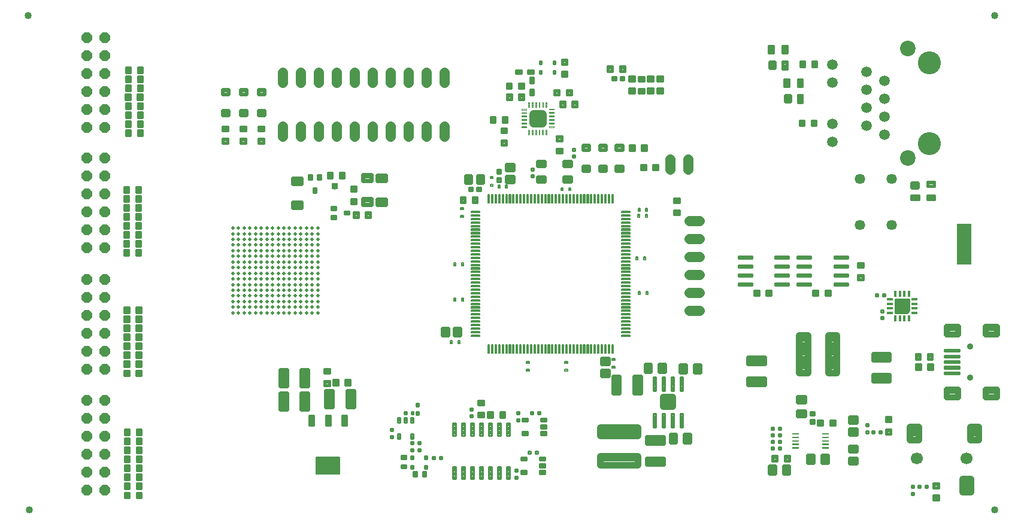
<source format=gts>
G75*
%MOIN*%
%OFA0B0*%
%FSLAX25Y25*%
%IPPOS*%
%LPD*%
%AMOC8*
5,1,8,0,0,1.08239X$1,22.5*
%
%ADD10R,0.07900X0.23000*%
%ADD11R,0.03200X0.03300*%
%ADD12C,0.00554*%
%ADD13C,0.01056*%
%ADD14C,0.01819*%
%ADD15C,0.05800*%
%ADD16C,0.01496*%
%ADD17C,0.04000*%
%ADD18C,0.00792*%
%ADD19C,0.00433*%
%ADD20C,0.03811*%
%ADD21C,0.06693*%
%ADD22C,0.01039*%
%ADD23C,0.02598*%
%ADD24C,0.03967*%
%ADD25C,0.02252*%
%ADD26C,0.00866*%
%ADD27C,0.03465*%
%ADD28C,0.03543*%
%ADD29C,0.01969*%
%ADD30C,0.01408*%
%ADD31C,0.05906*%
%ADD32C,0.08661*%
%ADD33C,0.12800*%
%ADD34C,0.00485*%
%ADD35C,0.04331*%
%ADD36C,0.01732*%
%ADD37OC8,0.05800*%
%ADD38C,0.01213*%
%ADD39C,0.02079*%
%ADD40C,0.01144*%
%ADD41C,0.01584*%
%ADD42C,0.00600*%
%ADD43C,0.02425*%
%ADD44C,0.01195*%
%ADD45C,0.02068*%
%ADD46C,0.01716*%
%ADD47C,0.02165*%
%ADD48C,0.05737*%
%ADD49R,0.03346X0.01575*%
%ADD50R,0.01575X0.03346*%
%ADD51C,0.01000*%
%ADD52C,0.03248*%
D10*
X0527350Y0176657D03*
D11*
X0176900Y0208907D03*
D12*
X0252989Y0195059D02*
X0252989Y0194353D01*
X0252989Y0195059D02*
X0257749Y0195059D01*
X0257749Y0194353D01*
X0252989Y0194353D01*
X0252989Y0194906D02*
X0257749Y0194906D01*
X0252989Y0193090D02*
X0252989Y0192384D01*
X0252989Y0193090D02*
X0257749Y0193090D01*
X0257749Y0192384D01*
X0252989Y0192384D01*
X0252989Y0192937D02*
X0257749Y0192937D01*
X0252989Y0191122D02*
X0252989Y0190416D01*
X0252989Y0191122D02*
X0257749Y0191122D01*
X0257749Y0190416D01*
X0252989Y0190416D01*
X0252989Y0190969D02*
X0257749Y0190969D01*
X0252989Y0189153D02*
X0252989Y0188447D01*
X0252989Y0189153D02*
X0257749Y0189153D01*
X0257749Y0188447D01*
X0252989Y0188447D01*
X0252989Y0189000D02*
X0257749Y0189000D01*
X0252989Y0187185D02*
X0252989Y0186479D01*
X0252989Y0187185D02*
X0257749Y0187185D01*
X0257749Y0186479D01*
X0252989Y0186479D01*
X0252989Y0187032D02*
X0257749Y0187032D01*
X0252989Y0185216D02*
X0252989Y0184510D01*
X0252989Y0185216D02*
X0257749Y0185216D01*
X0257749Y0184510D01*
X0252989Y0184510D01*
X0252989Y0185063D02*
X0257749Y0185063D01*
X0252989Y0183248D02*
X0252989Y0182542D01*
X0252989Y0183248D02*
X0257749Y0183248D01*
X0257749Y0182542D01*
X0252989Y0182542D01*
X0252989Y0183095D02*
X0257749Y0183095D01*
X0252989Y0181279D02*
X0252989Y0180573D01*
X0252989Y0181279D02*
X0257749Y0181279D01*
X0257749Y0180573D01*
X0252989Y0180573D01*
X0252989Y0181126D02*
X0257749Y0181126D01*
X0252989Y0179311D02*
X0252989Y0178605D01*
X0252989Y0179311D02*
X0257749Y0179311D01*
X0257749Y0178605D01*
X0252989Y0178605D01*
X0252989Y0179158D02*
X0257749Y0179158D01*
X0252989Y0177342D02*
X0252989Y0176636D01*
X0252989Y0177342D02*
X0257749Y0177342D01*
X0257749Y0176636D01*
X0252989Y0176636D01*
X0252989Y0177189D02*
X0257749Y0177189D01*
X0252989Y0175374D02*
X0252989Y0174668D01*
X0252989Y0175374D02*
X0257749Y0175374D01*
X0257749Y0174668D01*
X0252989Y0174668D01*
X0252989Y0175221D02*
X0257749Y0175221D01*
X0252989Y0173405D02*
X0252989Y0172699D01*
X0252989Y0173405D02*
X0257749Y0173405D01*
X0257749Y0172699D01*
X0252989Y0172699D01*
X0252989Y0173252D02*
X0257749Y0173252D01*
X0252989Y0171437D02*
X0252989Y0170731D01*
X0252989Y0171437D02*
X0257749Y0171437D01*
X0257749Y0170731D01*
X0252989Y0170731D01*
X0252989Y0171284D02*
X0257749Y0171284D01*
X0252989Y0169468D02*
X0252989Y0168762D01*
X0252989Y0169468D02*
X0257749Y0169468D01*
X0257749Y0168762D01*
X0252989Y0168762D01*
X0252989Y0169315D02*
X0257749Y0169315D01*
X0252989Y0167500D02*
X0252989Y0166794D01*
X0252989Y0167500D02*
X0257749Y0167500D01*
X0257749Y0166794D01*
X0252989Y0166794D01*
X0252989Y0167347D02*
X0257749Y0167347D01*
X0252989Y0165531D02*
X0252989Y0164825D01*
X0252989Y0165531D02*
X0257749Y0165531D01*
X0257749Y0164825D01*
X0252989Y0164825D01*
X0252989Y0165378D02*
X0257749Y0165378D01*
X0252989Y0163563D02*
X0252989Y0162857D01*
X0252989Y0163563D02*
X0257749Y0163563D01*
X0257749Y0162857D01*
X0252989Y0162857D01*
X0252989Y0163410D02*
X0257749Y0163410D01*
X0252989Y0161594D02*
X0252989Y0160888D01*
X0252989Y0161594D02*
X0257749Y0161594D01*
X0257749Y0160888D01*
X0252989Y0160888D01*
X0252989Y0161441D02*
X0257749Y0161441D01*
X0252989Y0159626D02*
X0252989Y0158920D01*
X0252989Y0159626D02*
X0257749Y0159626D01*
X0257749Y0158920D01*
X0252989Y0158920D01*
X0252989Y0159473D02*
X0257749Y0159473D01*
X0252989Y0157657D02*
X0252989Y0156951D01*
X0252989Y0157657D02*
X0257749Y0157657D01*
X0257749Y0156951D01*
X0252989Y0156951D01*
X0252989Y0157504D02*
X0257749Y0157504D01*
X0252989Y0155689D02*
X0252989Y0154983D01*
X0252989Y0155689D02*
X0257749Y0155689D01*
X0257749Y0154983D01*
X0252989Y0154983D01*
X0252989Y0155536D02*
X0257749Y0155536D01*
X0252989Y0153720D02*
X0252989Y0153014D01*
X0252989Y0153720D02*
X0257749Y0153720D01*
X0257749Y0153014D01*
X0252989Y0153014D01*
X0252989Y0153567D02*
X0257749Y0153567D01*
X0252989Y0151751D02*
X0252989Y0151045D01*
X0252989Y0151751D02*
X0257749Y0151751D01*
X0257749Y0151045D01*
X0252989Y0151045D01*
X0252989Y0151598D02*
X0257749Y0151598D01*
X0252989Y0149783D02*
X0252989Y0149077D01*
X0252989Y0149783D02*
X0257749Y0149783D01*
X0257749Y0149077D01*
X0252989Y0149077D01*
X0252989Y0149630D02*
X0257749Y0149630D01*
X0252989Y0147814D02*
X0252989Y0147108D01*
X0252989Y0147814D02*
X0257749Y0147814D01*
X0257749Y0147108D01*
X0252989Y0147108D01*
X0252989Y0147661D02*
X0257749Y0147661D01*
X0252989Y0145846D02*
X0252989Y0145140D01*
X0252989Y0145846D02*
X0257749Y0145846D01*
X0257749Y0145140D01*
X0252989Y0145140D01*
X0252989Y0145693D02*
X0257749Y0145693D01*
X0252989Y0143877D02*
X0252989Y0143171D01*
X0252989Y0143877D02*
X0257749Y0143877D01*
X0257749Y0143171D01*
X0252989Y0143171D01*
X0252989Y0143724D02*
X0257749Y0143724D01*
X0252989Y0141909D02*
X0252989Y0141203D01*
X0252989Y0141909D02*
X0257749Y0141909D01*
X0257749Y0141203D01*
X0252989Y0141203D01*
X0252989Y0141756D02*
X0257749Y0141756D01*
X0252989Y0139940D02*
X0252989Y0139234D01*
X0252989Y0139940D02*
X0257749Y0139940D01*
X0257749Y0139234D01*
X0252989Y0139234D01*
X0252989Y0139787D02*
X0257749Y0139787D01*
X0252989Y0137972D02*
X0252989Y0137266D01*
X0252989Y0137972D02*
X0257749Y0137972D01*
X0257749Y0137266D01*
X0252989Y0137266D01*
X0252989Y0137819D02*
X0257749Y0137819D01*
X0252989Y0136003D02*
X0252989Y0135297D01*
X0252989Y0136003D02*
X0257749Y0136003D01*
X0257749Y0135297D01*
X0252989Y0135297D01*
X0252989Y0135850D02*
X0257749Y0135850D01*
X0252989Y0134035D02*
X0252989Y0133329D01*
X0252989Y0134035D02*
X0257749Y0134035D01*
X0257749Y0133329D01*
X0252989Y0133329D01*
X0252989Y0133882D02*
X0257749Y0133882D01*
X0252989Y0132066D02*
X0252989Y0131360D01*
X0252989Y0132066D02*
X0257749Y0132066D01*
X0257749Y0131360D01*
X0252989Y0131360D01*
X0252989Y0131913D02*
X0257749Y0131913D01*
X0252989Y0130098D02*
X0252989Y0129392D01*
X0252989Y0130098D02*
X0257749Y0130098D01*
X0257749Y0129392D01*
X0252989Y0129392D01*
X0252989Y0129945D02*
X0257749Y0129945D01*
X0252989Y0128129D02*
X0252989Y0127423D01*
X0252989Y0128129D02*
X0257749Y0128129D01*
X0257749Y0127423D01*
X0252989Y0127423D01*
X0252989Y0127976D02*
X0257749Y0127976D01*
X0252989Y0126161D02*
X0252989Y0125455D01*
X0252989Y0126161D02*
X0257749Y0126161D01*
X0257749Y0125455D01*
X0252989Y0125455D01*
X0252989Y0126008D02*
X0257749Y0126008D01*
X0262398Y0120806D02*
X0262398Y0116046D01*
X0262398Y0120806D02*
X0263104Y0120806D01*
X0263104Y0116046D01*
X0262398Y0116046D01*
X0262398Y0116599D02*
X0263104Y0116599D01*
X0263104Y0117152D02*
X0262398Y0117152D01*
X0262398Y0117705D02*
X0263104Y0117705D01*
X0263104Y0118258D02*
X0262398Y0118258D01*
X0262398Y0118811D02*
X0263104Y0118811D01*
X0263104Y0119364D02*
X0262398Y0119364D01*
X0262398Y0119917D02*
X0263104Y0119917D01*
X0263104Y0120470D02*
X0262398Y0120470D01*
X0264367Y0120806D02*
X0264367Y0116046D01*
X0264367Y0120806D02*
X0265073Y0120806D01*
X0265073Y0116046D01*
X0264367Y0116046D01*
X0264367Y0116599D02*
X0265073Y0116599D01*
X0265073Y0117152D02*
X0264367Y0117152D01*
X0264367Y0117705D02*
X0265073Y0117705D01*
X0265073Y0118258D02*
X0264367Y0118258D01*
X0264367Y0118811D02*
X0265073Y0118811D01*
X0265073Y0119364D02*
X0264367Y0119364D01*
X0264367Y0119917D02*
X0265073Y0119917D01*
X0265073Y0120470D02*
X0264367Y0120470D01*
X0266335Y0120806D02*
X0266335Y0116046D01*
X0266335Y0120806D02*
X0267041Y0120806D01*
X0267041Y0116046D01*
X0266335Y0116046D01*
X0266335Y0116599D02*
X0267041Y0116599D01*
X0267041Y0117152D02*
X0266335Y0117152D01*
X0266335Y0117705D02*
X0267041Y0117705D01*
X0267041Y0118258D02*
X0266335Y0118258D01*
X0266335Y0118811D02*
X0267041Y0118811D01*
X0267041Y0119364D02*
X0266335Y0119364D01*
X0266335Y0119917D02*
X0267041Y0119917D01*
X0267041Y0120470D02*
X0266335Y0120470D01*
X0268304Y0120806D02*
X0268304Y0116046D01*
X0268304Y0120806D02*
X0269010Y0120806D01*
X0269010Y0116046D01*
X0268304Y0116046D01*
X0268304Y0116599D02*
X0269010Y0116599D01*
X0269010Y0117152D02*
X0268304Y0117152D01*
X0268304Y0117705D02*
X0269010Y0117705D01*
X0269010Y0118258D02*
X0268304Y0118258D01*
X0268304Y0118811D02*
X0269010Y0118811D01*
X0269010Y0119364D02*
X0268304Y0119364D01*
X0268304Y0119917D02*
X0269010Y0119917D01*
X0269010Y0120470D02*
X0268304Y0120470D01*
X0270272Y0120806D02*
X0270272Y0116046D01*
X0270272Y0120806D02*
X0270978Y0120806D01*
X0270978Y0116046D01*
X0270272Y0116046D01*
X0270272Y0116599D02*
X0270978Y0116599D01*
X0270978Y0117152D02*
X0270272Y0117152D01*
X0270272Y0117705D02*
X0270978Y0117705D01*
X0270978Y0118258D02*
X0270272Y0118258D01*
X0270272Y0118811D02*
X0270978Y0118811D01*
X0270978Y0119364D02*
X0270272Y0119364D01*
X0270272Y0119917D02*
X0270978Y0119917D01*
X0270978Y0120470D02*
X0270272Y0120470D01*
X0272241Y0120806D02*
X0272241Y0116046D01*
X0272241Y0120806D02*
X0272947Y0120806D01*
X0272947Y0116046D01*
X0272241Y0116046D01*
X0272241Y0116599D02*
X0272947Y0116599D01*
X0272947Y0117152D02*
X0272241Y0117152D01*
X0272241Y0117705D02*
X0272947Y0117705D01*
X0272947Y0118258D02*
X0272241Y0118258D01*
X0272241Y0118811D02*
X0272947Y0118811D01*
X0272947Y0119364D02*
X0272241Y0119364D01*
X0272241Y0119917D02*
X0272947Y0119917D01*
X0272947Y0120470D02*
X0272241Y0120470D01*
X0274209Y0120806D02*
X0274209Y0116046D01*
X0274209Y0120806D02*
X0274915Y0120806D01*
X0274915Y0116046D01*
X0274209Y0116046D01*
X0274209Y0116599D02*
X0274915Y0116599D01*
X0274915Y0117152D02*
X0274209Y0117152D01*
X0274209Y0117705D02*
X0274915Y0117705D01*
X0274915Y0118258D02*
X0274209Y0118258D01*
X0274209Y0118811D02*
X0274915Y0118811D01*
X0274915Y0119364D02*
X0274209Y0119364D01*
X0274209Y0119917D02*
X0274915Y0119917D01*
X0274915Y0120470D02*
X0274209Y0120470D01*
X0276178Y0120806D02*
X0276178Y0116046D01*
X0276178Y0120806D02*
X0276884Y0120806D01*
X0276884Y0116046D01*
X0276178Y0116046D01*
X0276178Y0116599D02*
X0276884Y0116599D01*
X0276884Y0117152D02*
X0276178Y0117152D01*
X0276178Y0117705D02*
X0276884Y0117705D01*
X0276884Y0118258D02*
X0276178Y0118258D01*
X0276178Y0118811D02*
X0276884Y0118811D01*
X0276884Y0119364D02*
X0276178Y0119364D01*
X0276178Y0119917D02*
X0276884Y0119917D01*
X0276884Y0120470D02*
X0276178Y0120470D01*
X0278146Y0120806D02*
X0278146Y0116046D01*
X0278146Y0120806D02*
X0278852Y0120806D01*
X0278852Y0116046D01*
X0278146Y0116046D01*
X0278146Y0116599D02*
X0278852Y0116599D01*
X0278852Y0117152D02*
X0278146Y0117152D01*
X0278146Y0117705D02*
X0278852Y0117705D01*
X0278852Y0118258D02*
X0278146Y0118258D01*
X0278146Y0118811D02*
X0278852Y0118811D01*
X0278852Y0119364D02*
X0278146Y0119364D01*
X0278146Y0119917D02*
X0278852Y0119917D01*
X0278852Y0120470D02*
X0278146Y0120470D01*
X0280115Y0120806D02*
X0280115Y0116046D01*
X0280115Y0120806D02*
X0280821Y0120806D01*
X0280821Y0116046D01*
X0280115Y0116046D01*
X0280115Y0116599D02*
X0280821Y0116599D01*
X0280821Y0117152D02*
X0280115Y0117152D01*
X0280115Y0117705D02*
X0280821Y0117705D01*
X0280821Y0118258D02*
X0280115Y0118258D01*
X0280115Y0118811D02*
X0280821Y0118811D01*
X0280821Y0119364D02*
X0280115Y0119364D01*
X0280115Y0119917D02*
X0280821Y0119917D01*
X0280821Y0120470D02*
X0280115Y0120470D01*
X0282083Y0120806D02*
X0282083Y0116046D01*
X0282083Y0120806D02*
X0282789Y0120806D01*
X0282789Y0116046D01*
X0282083Y0116046D01*
X0282083Y0116599D02*
X0282789Y0116599D01*
X0282789Y0117152D02*
X0282083Y0117152D01*
X0282083Y0117705D02*
X0282789Y0117705D01*
X0282789Y0118258D02*
X0282083Y0118258D01*
X0282083Y0118811D02*
X0282789Y0118811D01*
X0282789Y0119364D02*
X0282083Y0119364D01*
X0282083Y0119917D02*
X0282789Y0119917D01*
X0282789Y0120470D02*
X0282083Y0120470D01*
X0284052Y0120806D02*
X0284052Y0116046D01*
X0284052Y0120806D02*
X0284758Y0120806D01*
X0284758Y0116046D01*
X0284052Y0116046D01*
X0284052Y0116599D02*
X0284758Y0116599D01*
X0284758Y0117152D02*
X0284052Y0117152D01*
X0284052Y0117705D02*
X0284758Y0117705D01*
X0284758Y0118258D02*
X0284052Y0118258D01*
X0284052Y0118811D02*
X0284758Y0118811D01*
X0284758Y0119364D02*
X0284052Y0119364D01*
X0284052Y0119917D02*
X0284758Y0119917D01*
X0284758Y0120470D02*
X0284052Y0120470D01*
X0286020Y0120806D02*
X0286020Y0116046D01*
X0286020Y0120806D02*
X0286726Y0120806D01*
X0286726Y0116046D01*
X0286020Y0116046D01*
X0286020Y0116599D02*
X0286726Y0116599D01*
X0286726Y0117152D02*
X0286020Y0117152D01*
X0286020Y0117705D02*
X0286726Y0117705D01*
X0286726Y0118258D02*
X0286020Y0118258D01*
X0286020Y0118811D02*
X0286726Y0118811D01*
X0286726Y0119364D02*
X0286020Y0119364D01*
X0286020Y0119917D02*
X0286726Y0119917D01*
X0286726Y0120470D02*
X0286020Y0120470D01*
X0287989Y0120806D02*
X0287989Y0116046D01*
X0287989Y0120806D02*
X0288695Y0120806D01*
X0288695Y0116046D01*
X0287989Y0116046D01*
X0287989Y0116599D02*
X0288695Y0116599D01*
X0288695Y0117152D02*
X0287989Y0117152D01*
X0287989Y0117705D02*
X0288695Y0117705D01*
X0288695Y0118258D02*
X0287989Y0118258D01*
X0287989Y0118811D02*
X0288695Y0118811D01*
X0288695Y0119364D02*
X0287989Y0119364D01*
X0287989Y0119917D02*
X0288695Y0119917D01*
X0288695Y0120470D02*
X0287989Y0120470D01*
X0289957Y0120806D02*
X0289957Y0116046D01*
X0289957Y0120806D02*
X0290663Y0120806D01*
X0290663Y0116046D01*
X0289957Y0116046D01*
X0289957Y0116599D02*
X0290663Y0116599D01*
X0290663Y0117152D02*
X0289957Y0117152D01*
X0289957Y0117705D02*
X0290663Y0117705D01*
X0290663Y0118258D02*
X0289957Y0118258D01*
X0289957Y0118811D02*
X0290663Y0118811D01*
X0290663Y0119364D02*
X0289957Y0119364D01*
X0289957Y0119917D02*
X0290663Y0119917D01*
X0290663Y0120470D02*
X0289957Y0120470D01*
X0291926Y0120806D02*
X0291926Y0116046D01*
X0291926Y0120806D02*
X0292632Y0120806D01*
X0292632Y0116046D01*
X0291926Y0116046D01*
X0291926Y0116599D02*
X0292632Y0116599D01*
X0292632Y0117152D02*
X0291926Y0117152D01*
X0291926Y0117705D02*
X0292632Y0117705D01*
X0292632Y0118258D02*
X0291926Y0118258D01*
X0291926Y0118811D02*
X0292632Y0118811D01*
X0292632Y0119364D02*
X0291926Y0119364D01*
X0291926Y0119917D02*
X0292632Y0119917D01*
X0292632Y0120470D02*
X0291926Y0120470D01*
X0293894Y0120806D02*
X0293894Y0116046D01*
X0293894Y0120806D02*
X0294600Y0120806D01*
X0294600Y0116046D01*
X0293894Y0116046D01*
X0293894Y0116599D02*
X0294600Y0116599D01*
X0294600Y0117152D02*
X0293894Y0117152D01*
X0293894Y0117705D02*
X0294600Y0117705D01*
X0294600Y0118258D02*
X0293894Y0118258D01*
X0293894Y0118811D02*
X0294600Y0118811D01*
X0294600Y0119364D02*
X0293894Y0119364D01*
X0293894Y0119917D02*
X0294600Y0119917D01*
X0294600Y0120470D02*
X0293894Y0120470D01*
X0295863Y0120806D02*
X0295863Y0116046D01*
X0295863Y0120806D02*
X0296569Y0120806D01*
X0296569Y0116046D01*
X0295863Y0116046D01*
X0295863Y0116599D02*
X0296569Y0116599D01*
X0296569Y0117152D02*
X0295863Y0117152D01*
X0295863Y0117705D02*
X0296569Y0117705D01*
X0296569Y0118258D02*
X0295863Y0118258D01*
X0295863Y0118811D02*
X0296569Y0118811D01*
X0296569Y0119364D02*
X0295863Y0119364D01*
X0295863Y0119917D02*
X0296569Y0119917D01*
X0296569Y0120470D02*
X0295863Y0120470D01*
X0297831Y0120806D02*
X0297831Y0116046D01*
X0297831Y0120806D02*
X0298537Y0120806D01*
X0298537Y0116046D01*
X0297831Y0116046D01*
X0297831Y0116599D02*
X0298537Y0116599D01*
X0298537Y0117152D02*
X0297831Y0117152D01*
X0297831Y0117705D02*
X0298537Y0117705D01*
X0298537Y0118258D02*
X0297831Y0118258D01*
X0297831Y0118811D02*
X0298537Y0118811D01*
X0298537Y0119364D02*
X0297831Y0119364D01*
X0297831Y0119917D02*
X0298537Y0119917D01*
X0298537Y0120470D02*
X0297831Y0120470D01*
X0299800Y0120806D02*
X0299800Y0116046D01*
X0299800Y0120806D02*
X0300506Y0120806D01*
X0300506Y0116046D01*
X0299800Y0116046D01*
X0299800Y0116599D02*
X0300506Y0116599D01*
X0300506Y0117152D02*
X0299800Y0117152D01*
X0299800Y0117705D02*
X0300506Y0117705D01*
X0300506Y0118258D02*
X0299800Y0118258D01*
X0299800Y0118811D02*
X0300506Y0118811D01*
X0300506Y0119364D02*
X0299800Y0119364D01*
X0299800Y0119917D02*
X0300506Y0119917D01*
X0300506Y0120470D02*
X0299800Y0120470D01*
X0301768Y0120806D02*
X0301768Y0116046D01*
X0301768Y0120806D02*
X0302474Y0120806D01*
X0302474Y0116046D01*
X0301768Y0116046D01*
X0301768Y0116599D02*
X0302474Y0116599D01*
X0302474Y0117152D02*
X0301768Y0117152D01*
X0301768Y0117705D02*
X0302474Y0117705D01*
X0302474Y0118258D02*
X0301768Y0118258D01*
X0301768Y0118811D02*
X0302474Y0118811D01*
X0302474Y0119364D02*
X0301768Y0119364D01*
X0301768Y0119917D02*
X0302474Y0119917D01*
X0302474Y0120470D02*
X0301768Y0120470D01*
X0303737Y0120806D02*
X0303737Y0116046D01*
X0303737Y0120806D02*
X0304443Y0120806D01*
X0304443Y0116046D01*
X0303737Y0116046D01*
X0303737Y0116599D02*
X0304443Y0116599D01*
X0304443Y0117152D02*
X0303737Y0117152D01*
X0303737Y0117705D02*
X0304443Y0117705D01*
X0304443Y0118258D02*
X0303737Y0118258D01*
X0303737Y0118811D02*
X0304443Y0118811D01*
X0304443Y0119364D02*
X0303737Y0119364D01*
X0303737Y0119917D02*
X0304443Y0119917D01*
X0304443Y0120470D02*
X0303737Y0120470D01*
X0305705Y0120806D02*
X0305705Y0116046D01*
X0305705Y0120806D02*
X0306411Y0120806D01*
X0306411Y0116046D01*
X0305705Y0116046D01*
X0305705Y0116599D02*
X0306411Y0116599D01*
X0306411Y0117152D02*
X0305705Y0117152D01*
X0305705Y0117705D02*
X0306411Y0117705D01*
X0306411Y0118258D02*
X0305705Y0118258D01*
X0305705Y0118811D02*
X0306411Y0118811D01*
X0306411Y0119364D02*
X0305705Y0119364D01*
X0305705Y0119917D02*
X0306411Y0119917D01*
X0306411Y0120470D02*
X0305705Y0120470D01*
X0307674Y0120806D02*
X0307674Y0116046D01*
X0307674Y0120806D02*
X0308380Y0120806D01*
X0308380Y0116046D01*
X0307674Y0116046D01*
X0307674Y0116599D02*
X0308380Y0116599D01*
X0308380Y0117152D02*
X0307674Y0117152D01*
X0307674Y0117705D02*
X0308380Y0117705D01*
X0308380Y0118258D02*
X0307674Y0118258D01*
X0307674Y0118811D02*
X0308380Y0118811D01*
X0308380Y0119364D02*
X0307674Y0119364D01*
X0307674Y0119917D02*
X0308380Y0119917D01*
X0308380Y0120470D02*
X0307674Y0120470D01*
X0309642Y0120806D02*
X0309642Y0116046D01*
X0309642Y0120806D02*
X0310348Y0120806D01*
X0310348Y0116046D01*
X0309642Y0116046D01*
X0309642Y0116599D02*
X0310348Y0116599D01*
X0310348Y0117152D02*
X0309642Y0117152D01*
X0309642Y0117705D02*
X0310348Y0117705D01*
X0310348Y0118258D02*
X0309642Y0118258D01*
X0309642Y0118811D02*
X0310348Y0118811D01*
X0310348Y0119364D02*
X0309642Y0119364D01*
X0309642Y0119917D02*
X0310348Y0119917D01*
X0310348Y0120470D02*
X0309642Y0120470D01*
X0311611Y0120806D02*
X0311611Y0116046D01*
X0311611Y0120806D02*
X0312317Y0120806D01*
X0312317Y0116046D01*
X0311611Y0116046D01*
X0311611Y0116599D02*
X0312317Y0116599D01*
X0312317Y0117152D02*
X0311611Y0117152D01*
X0311611Y0117705D02*
X0312317Y0117705D01*
X0312317Y0118258D02*
X0311611Y0118258D01*
X0311611Y0118811D02*
X0312317Y0118811D01*
X0312317Y0119364D02*
X0311611Y0119364D01*
X0311611Y0119917D02*
X0312317Y0119917D01*
X0312317Y0120470D02*
X0311611Y0120470D01*
X0313579Y0120806D02*
X0313579Y0116046D01*
X0313579Y0120806D02*
X0314285Y0120806D01*
X0314285Y0116046D01*
X0313579Y0116046D01*
X0313579Y0116599D02*
X0314285Y0116599D01*
X0314285Y0117152D02*
X0313579Y0117152D01*
X0313579Y0117705D02*
X0314285Y0117705D01*
X0314285Y0118258D02*
X0313579Y0118258D01*
X0313579Y0118811D02*
X0314285Y0118811D01*
X0314285Y0119364D02*
X0313579Y0119364D01*
X0313579Y0119917D02*
X0314285Y0119917D01*
X0314285Y0120470D02*
X0313579Y0120470D01*
X0315548Y0120806D02*
X0315548Y0116046D01*
X0315548Y0120806D02*
X0316254Y0120806D01*
X0316254Y0116046D01*
X0315548Y0116046D01*
X0315548Y0116599D02*
X0316254Y0116599D01*
X0316254Y0117152D02*
X0315548Y0117152D01*
X0315548Y0117705D02*
X0316254Y0117705D01*
X0316254Y0118258D02*
X0315548Y0118258D01*
X0315548Y0118811D02*
X0316254Y0118811D01*
X0316254Y0119364D02*
X0315548Y0119364D01*
X0315548Y0119917D02*
X0316254Y0119917D01*
X0316254Y0120470D02*
X0315548Y0120470D01*
X0317516Y0120806D02*
X0317516Y0116046D01*
X0317516Y0120806D02*
X0318222Y0120806D01*
X0318222Y0116046D01*
X0317516Y0116046D01*
X0317516Y0116599D02*
X0318222Y0116599D01*
X0318222Y0117152D02*
X0317516Y0117152D01*
X0317516Y0117705D02*
X0318222Y0117705D01*
X0318222Y0118258D02*
X0317516Y0118258D01*
X0317516Y0118811D02*
X0318222Y0118811D01*
X0318222Y0119364D02*
X0317516Y0119364D01*
X0317516Y0119917D02*
X0318222Y0119917D01*
X0318222Y0120470D02*
X0317516Y0120470D01*
X0319485Y0120806D02*
X0319485Y0116046D01*
X0319485Y0120806D02*
X0320191Y0120806D01*
X0320191Y0116046D01*
X0319485Y0116046D01*
X0319485Y0116599D02*
X0320191Y0116599D01*
X0320191Y0117152D02*
X0319485Y0117152D01*
X0319485Y0117705D02*
X0320191Y0117705D01*
X0320191Y0118258D02*
X0319485Y0118258D01*
X0319485Y0118811D02*
X0320191Y0118811D01*
X0320191Y0119364D02*
X0319485Y0119364D01*
X0319485Y0119917D02*
X0320191Y0119917D01*
X0320191Y0120470D02*
X0319485Y0120470D01*
X0321453Y0120806D02*
X0321453Y0116046D01*
X0321453Y0120806D02*
X0322159Y0120806D01*
X0322159Y0116046D01*
X0321453Y0116046D01*
X0321453Y0116599D02*
X0322159Y0116599D01*
X0322159Y0117152D02*
X0321453Y0117152D01*
X0321453Y0117705D02*
X0322159Y0117705D01*
X0322159Y0118258D02*
X0321453Y0118258D01*
X0321453Y0118811D02*
X0322159Y0118811D01*
X0322159Y0119364D02*
X0321453Y0119364D01*
X0321453Y0119917D02*
X0322159Y0119917D01*
X0322159Y0120470D02*
X0321453Y0120470D01*
X0323422Y0120806D02*
X0323422Y0116046D01*
X0323422Y0120806D02*
X0324128Y0120806D01*
X0324128Y0116046D01*
X0323422Y0116046D01*
X0323422Y0116599D02*
X0324128Y0116599D01*
X0324128Y0117152D02*
X0323422Y0117152D01*
X0323422Y0117705D02*
X0324128Y0117705D01*
X0324128Y0118258D02*
X0323422Y0118258D01*
X0323422Y0118811D02*
X0324128Y0118811D01*
X0324128Y0119364D02*
X0323422Y0119364D01*
X0323422Y0119917D02*
X0324128Y0119917D01*
X0324128Y0120470D02*
X0323422Y0120470D01*
X0325390Y0120806D02*
X0325390Y0116046D01*
X0325390Y0120806D02*
X0326096Y0120806D01*
X0326096Y0116046D01*
X0325390Y0116046D01*
X0325390Y0116599D02*
X0326096Y0116599D01*
X0326096Y0117152D02*
X0325390Y0117152D01*
X0325390Y0117705D02*
X0326096Y0117705D01*
X0326096Y0118258D02*
X0325390Y0118258D01*
X0325390Y0118811D02*
X0326096Y0118811D01*
X0326096Y0119364D02*
X0325390Y0119364D01*
X0325390Y0119917D02*
X0326096Y0119917D01*
X0326096Y0120470D02*
X0325390Y0120470D01*
X0327359Y0120806D02*
X0327359Y0116046D01*
X0327359Y0120806D02*
X0328065Y0120806D01*
X0328065Y0116046D01*
X0327359Y0116046D01*
X0327359Y0116599D02*
X0328065Y0116599D01*
X0328065Y0117152D02*
X0327359Y0117152D01*
X0327359Y0117705D02*
X0328065Y0117705D01*
X0328065Y0118258D02*
X0327359Y0118258D01*
X0327359Y0118811D02*
X0328065Y0118811D01*
X0328065Y0119364D02*
X0327359Y0119364D01*
X0327359Y0119917D02*
X0328065Y0119917D01*
X0328065Y0120470D02*
X0327359Y0120470D01*
X0329327Y0120806D02*
X0329327Y0116046D01*
X0329327Y0120806D02*
X0330033Y0120806D01*
X0330033Y0116046D01*
X0329327Y0116046D01*
X0329327Y0116599D02*
X0330033Y0116599D01*
X0330033Y0117152D02*
X0329327Y0117152D01*
X0329327Y0117705D02*
X0330033Y0117705D01*
X0330033Y0118258D02*
X0329327Y0118258D01*
X0329327Y0118811D02*
X0330033Y0118811D01*
X0330033Y0119364D02*
X0329327Y0119364D01*
X0329327Y0119917D02*
X0330033Y0119917D01*
X0330033Y0120470D02*
X0329327Y0120470D01*
X0331296Y0120806D02*
X0331296Y0116046D01*
X0331296Y0120806D02*
X0332002Y0120806D01*
X0332002Y0116046D01*
X0331296Y0116046D01*
X0331296Y0116599D02*
X0332002Y0116599D01*
X0332002Y0117152D02*
X0331296Y0117152D01*
X0331296Y0117705D02*
X0332002Y0117705D01*
X0332002Y0118258D02*
X0331296Y0118258D01*
X0331296Y0118811D02*
X0332002Y0118811D01*
X0332002Y0119364D02*
X0331296Y0119364D01*
X0331296Y0119917D02*
X0332002Y0119917D01*
X0332002Y0120470D02*
X0331296Y0120470D01*
X0336651Y0125455D02*
X0336651Y0126161D01*
X0341411Y0126161D01*
X0341411Y0125455D01*
X0336651Y0125455D01*
X0336651Y0126008D02*
X0341411Y0126008D01*
X0336651Y0127423D02*
X0336651Y0128129D01*
X0341411Y0128129D01*
X0341411Y0127423D01*
X0336651Y0127423D01*
X0336651Y0127976D02*
X0341411Y0127976D01*
X0336651Y0129392D02*
X0336651Y0130098D01*
X0341411Y0130098D01*
X0341411Y0129392D01*
X0336651Y0129392D01*
X0336651Y0129945D02*
X0341411Y0129945D01*
X0336651Y0131360D02*
X0336651Y0132066D01*
X0341411Y0132066D01*
X0341411Y0131360D01*
X0336651Y0131360D01*
X0336651Y0131913D02*
X0341411Y0131913D01*
X0336651Y0133329D02*
X0336651Y0134035D01*
X0341411Y0134035D01*
X0341411Y0133329D01*
X0336651Y0133329D01*
X0336651Y0133882D02*
X0341411Y0133882D01*
X0336651Y0135297D02*
X0336651Y0136003D01*
X0341411Y0136003D01*
X0341411Y0135297D01*
X0336651Y0135297D01*
X0336651Y0135850D02*
X0341411Y0135850D01*
X0336651Y0137266D02*
X0336651Y0137972D01*
X0341411Y0137972D01*
X0341411Y0137266D01*
X0336651Y0137266D01*
X0336651Y0137819D02*
X0341411Y0137819D01*
X0336651Y0139234D02*
X0336651Y0139940D01*
X0341411Y0139940D01*
X0341411Y0139234D01*
X0336651Y0139234D01*
X0336651Y0139787D02*
X0341411Y0139787D01*
X0336651Y0141203D02*
X0336651Y0141909D01*
X0341411Y0141909D01*
X0341411Y0141203D01*
X0336651Y0141203D01*
X0336651Y0141756D02*
X0341411Y0141756D01*
X0336651Y0143171D02*
X0336651Y0143877D01*
X0341411Y0143877D01*
X0341411Y0143171D01*
X0336651Y0143171D01*
X0336651Y0143724D02*
X0341411Y0143724D01*
X0336651Y0145140D02*
X0336651Y0145846D01*
X0341411Y0145846D01*
X0341411Y0145140D01*
X0336651Y0145140D01*
X0336651Y0145693D02*
X0341411Y0145693D01*
X0336651Y0147108D02*
X0336651Y0147814D01*
X0341411Y0147814D01*
X0341411Y0147108D01*
X0336651Y0147108D01*
X0336651Y0147661D02*
X0341411Y0147661D01*
X0336651Y0149077D02*
X0336651Y0149783D01*
X0341411Y0149783D01*
X0341411Y0149077D01*
X0336651Y0149077D01*
X0336651Y0149630D02*
X0341411Y0149630D01*
X0336651Y0151045D02*
X0336651Y0151751D01*
X0341411Y0151751D01*
X0341411Y0151045D01*
X0336651Y0151045D01*
X0336651Y0151598D02*
X0341411Y0151598D01*
X0336651Y0153014D02*
X0336651Y0153720D01*
X0341411Y0153720D01*
X0341411Y0153014D01*
X0336651Y0153014D01*
X0336651Y0153567D02*
X0341411Y0153567D01*
X0336651Y0154983D02*
X0336651Y0155689D01*
X0341411Y0155689D01*
X0341411Y0154983D01*
X0336651Y0154983D01*
X0336651Y0155536D02*
X0341411Y0155536D01*
X0336651Y0156951D02*
X0336651Y0157657D01*
X0341411Y0157657D01*
X0341411Y0156951D01*
X0336651Y0156951D01*
X0336651Y0157504D02*
X0341411Y0157504D01*
X0336651Y0158920D02*
X0336651Y0159626D01*
X0341411Y0159626D01*
X0341411Y0158920D01*
X0336651Y0158920D01*
X0336651Y0159473D02*
X0341411Y0159473D01*
X0336651Y0160888D02*
X0336651Y0161594D01*
X0341411Y0161594D01*
X0341411Y0160888D01*
X0336651Y0160888D01*
X0336651Y0161441D02*
X0341411Y0161441D01*
X0336651Y0162857D02*
X0336651Y0163563D01*
X0341411Y0163563D01*
X0341411Y0162857D01*
X0336651Y0162857D01*
X0336651Y0163410D02*
X0341411Y0163410D01*
X0336651Y0164825D02*
X0336651Y0165531D01*
X0341411Y0165531D01*
X0341411Y0164825D01*
X0336651Y0164825D01*
X0336651Y0165378D02*
X0341411Y0165378D01*
X0336651Y0166794D02*
X0336651Y0167500D01*
X0341411Y0167500D01*
X0341411Y0166794D01*
X0336651Y0166794D01*
X0336651Y0167347D02*
X0341411Y0167347D01*
X0336651Y0168762D02*
X0336651Y0169468D01*
X0341411Y0169468D01*
X0341411Y0168762D01*
X0336651Y0168762D01*
X0336651Y0169315D02*
X0341411Y0169315D01*
X0336651Y0170731D02*
X0336651Y0171437D01*
X0341411Y0171437D01*
X0341411Y0170731D01*
X0336651Y0170731D01*
X0336651Y0171284D02*
X0341411Y0171284D01*
X0336651Y0172699D02*
X0336651Y0173405D01*
X0341411Y0173405D01*
X0341411Y0172699D01*
X0336651Y0172699D01*
X0336651Y0173252D02*
X0341411Y0173252D01*
X0336651Y0174668D02*
X0336651Y0175374D01*
X0341411Y0175374D01*
X0341411Y0174668D01*
X0336651Y0174668D01*
X0336651Y0175221D02*
X0341411Y0175221D01*
X0336651Y0176636D02*
X0336651Y0177342D01*
X0341411Y0177342D01*
X0341411Y0176636D01*
X0336651Y0176636D01*
X0336651Y0177189D02*
X0341411Y0177189D01*
X0336651Y0178605D02*
X0336651Y0179311D01*
X0341411Y0179311D01*
X0341411Y0178605D01*
X0336651Y0178605D01*
X0336651Y0179158D02*
X0341411Y0179158D01*
X0336651Y0180573D02*
X0336651Y0181279D01*
X0341411Y0181279D01*
X0341411Y0180573D01*
X0336651Y0180573D01*
X0336651Y0181126D02*
X0341411Y0181126D01*
X0336651Y0182542D02*
X0336651Y0183248D01*
X0341411Y0183248D01*
X0341411Y0182542D01*
X0336651Y0182542D01*
X0336651Y0183095D02*
X0341411Y0183095D01*
X0336651Y0184510D02*
X0336651Y0185216D01*
X0341411Y0185216D01*
X0341411Y0184510D01*
X0336651Y0184510D01*
X0336651Y0185063D02*
X0341411Y0185063D01*
X0336651Y0186479D02*
X0336651Y0187185D01*
X0341411Y0187185D01*
X0341411Y0186479D01*
X0336651Y0186479D01*
X0336651Y0187032D02*
X0341411Y0187032D01*
X0336651Y0188447D02*
X0336651Y0189153D01*
X0341411Y0189153D01*
X0341411Y0188447D01*
X0336651Y0188447D01*
X0336651Y0189000D02*
X0341411Y0189000D01*
X0336651Y0190416D02*
X0336651Y0191122D01*
X0341411Y0191122D01*
X0341411Y0190416D01*
X0336651Y0190416D01*
X0336651Y0190969D02*
X0341411Y0190969D01*
X0336651Y0192384D02*
X0336651Y0193090D01*
X0341411Y0193090D01*
X0341411Y0192384D01*
X0336651Y0192384D01*
X0336651Y0192937D02*
X0341411Y0192937D01*
X0336651Y0194353D02*
X0336651Y0195059D01*
X0341411Y0195059D01*
X0341411Y0194353D01*
X0336651Y0194353D01*
X0336651Y0194906D02*
X0341411Y0194906D01*
X0331296Y0199707D02*
X0331296Y0204467D01*
X0332002Y0204467D01*
X0332002Y0199707D01*
X0331296Y0199707D01*
X0331296Y0200260D02*
X0332002Y0200260D01*
X0332002Y0200813D02*
X0331296Y0200813D01*
X0331296Y0201366D02*
X0332002Y0201366D01*
X0332002Y0201919D02*
X0331296Y0201919D01*
X0331296Y0202472D02*
X0332002Y0202472D01*
X0332002Y0203025D02*
X0331296Y0203025D01*
X0331296Y0203578D02*
X0332002Y0203578D01*
X0332002Y0204131D02*
X0331296Y0204131D01*
X0329327Y0204467D02*
X0329327Y0199707D01*
X0329327Y0204467D02*
X0330033Y0204467D01*
X0330033Y0199707D01*
X0329327Y0199707D01*
X0329327Y0200260D02*
X0330033Y0200260D01*
X0330033Y0200813D02*
X0329327Y0200813D01*
X0329327Y0201366D02*
X0330033Y0201366D01*
X0330033Y0201919D02*
X0329327Y0201919D01*
X0329327Y0202472D02*
X0330033Y0202472D01*
X0330033Y0203025D02*
X0329327Y0203025D01*
X0329327Y0203578D02*
X0330033Y0203578D01*
X0330033Y0204131D02*
X0329327Y0204131D01*
X0327359Y0204467D02*
X0327359Y0199707D01*
X0327359Y0204467D02*
X0328065Y0204467D01*
X0328065Y0199707D01*
X0327359Y0199707D01*
X0327359Y0200260D02*
X0328065Y0200260D01*
X0328065Y0200813D02*
X0327359Y0200813D01*
X0327359Y0201366D02*
X0328065Y0201366D01*
X0328065Y0201919D02*
X0327359Y0201919D01*
X0327359Y0202472D02*
X0328065Y0202472D01*
X0328065Y0203025D02*
X0327359Y0203025D01*
X0327359Y0203578D02*
X0328065Y0203578D01*
X0328065Y0204131D02*
X0327359Y0204131D01*
X0325390Y0204467D02*
X0325390Y0199707D01*
X0325390Y0204467D02*
X0326096Y0204467D01*
X0326096Y0199707D01*
X0325390Y0199707D01*
X0325390Y0200260D02*
X0326096Y0200260D01*
X0326096Y0200813D02*
X0325390Y0200813D01*
X0325390Y0201366D02*
X0326096Y0201366D01*
X0326096Y0201919D02*
X0325390Y0201919D01*
X0325390Y0202472D02*
X0326096Y0202472D01*
X0326096Y0203025D02*
X0325390Y0203025D01*
X0325390Y0203578D02*
X0326096Y0203578D01*
X0326096Y0204131D02*
X0325390Y0204131D01*
X0323422Y0204467D02*
X0323422Y0199707D01*
X0323422Y0204467D02*
X0324128Y0204467D01*
X0324128Y0199707D01*
X0323422Y0199707D01*
X0323422Y0200260D02*
X0324128Y0200260D01*
X0324128Y0200813D02*
X0323422Y0200813D01*
X0323422Y0201366D02*
X0324128Y0201366D01*
X0324128Y0201919D02*
X0323422Y0201919D01*
X0323422Y0202472D02*
X0324128Y0202472D01*
X0324128Y0203025D02*
X0323422Y0203025D01*
X0323422Y0203578D02*
X0324128Y0203578D01*
X0324128Y0204131D02*
X0323422Y0204131D01*
X0321453Y0204467D02*
X0321453Y0199707D01*
X0321453Y0204467D02*
X0322159Y0204467D01*
X0322159Y0199707D01*
X0321453Y0199707D01*
X0321453Y0200260D02*
X0322159Y0200260D01*
X0322159Y0200813D02*
X0321453Y0200813D01*
X0321453Y0201366D02*
X0322159Y0201366D01*
X0322159Y0201919D02*
X0321453Y0201919D01*
X0321453Y0202472D02*
X0322159Y0202472D01*
X0322159Y0203025D02*
X0321453Y0203025D01*
X0321453Y0203578D02*
X0322159Y0203578D01*
X0322159Y0204131D02*
X0321453Y0204131D01*
X0319485Y0204467D02*
X0319485Y0199707D01*
X0319485Y0204467D02*
X0320191Y0204467D01*
X0320191Y0199707D01*
X0319485Y0199707D01*
X0319485Y0200260D02*
X0320191Y0200260D01*
X0320191Y0200813D02*
X0319485Y0200813D01*
X0319485Y0201366D02*
X0320191Y0201366D01*
X0320191Y0201919D02*
X0319485Y0201919D01*
X0319485Y0202472D02*
X0320191Y0202472D01*
X0320191Y0203025D02*
X0319485Y0203025D01*
X0319485Y0203578D02*
X0320191Y0203578D01*
X0320191Y0204131D02*
X0319485Y0204131D01*
X0317516Y0204467D02*
X0317516Y0199707D01*
X0317516Y0204467D02*
X0318222Y0204467D01*
X0318222Y0199707D01*
X0317516Y0199707D01*
X0317516Y0200260D02*
X0318222Y0200260D01*
X0318222Y0200813D02*
X0317516Y0200813D01*
X0317516Y0201366D02*
X0318222Y0201366D01*
X0318222Y0201919D02*
X0317516Y0201919D01*
X0317516Y0202472D02*
X0318222Y0202472D01*
X0318222Y0203025D02*
X0317516Y0203025D01*
X0317516Y0203578D02*
X0318222Y0203578D01*
X0318222Y0204131D02*
X0317516Y0204131D01*
X0315548Y0204467D02*
X0315548Y0199707D01*
X0315548Y0204467D02*
X0316254Y0204467D01*
X0316254Y0199707D01*
X0315548Y0199707D01*
X0315548Y0200260D02*
X0316254Y0200260D01*
X0316254Y0200813D02*
X0315548Y0200813D01*
X0315548Y0201366D02*
X0316254Y0201366D01*
X0316254Y0201919D02*
X0315548Y0201919D01*
X0315548Y0202472D02*
X0316254Y0202472D01*
X0316254Y0203025D02*
X0315548Y0203025D01*
X0315548Y0203578D02*
X0316254Y0203578D01*
X0316254Y0204131D02*
X0315548Y0204131D01*
X0313579Y0204467D02*
X0313579Y0199707D01*
X0313579Y0204467D02*
X0314285Y0204467D01*
X0314285Y0199707D01*
X0313579Y0199707D01*
X0313579Y0200260D02*
X0314285Y0200260D01*
X0314285Y0200813D02*
X0313579Y0200813D01*
X0313579Y0201366D02*
X0314285Y0201366D01*
X0314285Y0201919D02*
X0313579Y0201919D01*
X0313579Y0202472D02*
X0314285Y0202472D01*
X0314285Y0203025D02*
X0313579Y0203025D01*
X0313579Y0203578D02*
X0314285Y0203578D01*
X0314285Y0204131D02*
X0313579Y0204131D01*
X0311611Y0204467D02*
X0311611Y0199707D01*
X0311611Y0204467D02*
X0312317Y0204467D01*
X0312317Y0199707D01*
X0311611Y0199707D01*
X0311611Y0200260D02*
X0312317Y0200260D01*
X0312317Y0200813D02*
X0311611Y0200813D01*
X0311611Y0201366D02*
X0312317Y0201366D01*
X0312317Y0201919D02*
X0311611Y0201919D01*
X0311611Y0202472D02*
X0312317Y0202472D01*
X0312317Y0203025D02*
X0311611Y0203025D01*
X0311611Y0203578D02*
X0312317Y0203578D01*
X0312317Y0204131D02*
X0311611Y0204131D01*
X0309642Y0204467D02*
X0309642Y0199707D01*
X0309642Y0204467D02*
X0310348Y0204467D01*
X0310348Y0199707D01*
X0309642Y0199707D01*
X0309642Y0200260D02*
X0310348Y0200260D01*
X0310348Y0200813D02*
X0309642Y0200813D01*
X0309642Y0201366D02*
X0310348Y0201366D01*
X0310348Y0201919D02*
X0309642Y0201919D01*
X0309642Y0202472D02*
X0310348Y0202472D01*
X0310348Y0203025D02*
X0309642Y0203025D01*
X0309642Y0203578D02*
X0310348Y0203578D01*
X0310348Y0204131D02*
X0309642Y0204131D01*
X0307674Y0204467D02*
X0307674Y0199707D01*
X0307674Y0204467D02*
X0308380Y0204467D01*
X0308380Y0199707D01*
X0307674Y0199707D01*
X0307674Y0200260D02*
X0308380Y0200260D01*
X0308380Y0200813D02*
X0307674Y0200813D01*
X0307674Y0201366D02*
X0308380Y0201366D01*
X0308380Y0201919D02*
X0307674Y0201919D01*
X0307674Y0202472D02*
X0308380Y0202472D01*
X0308380Y0203025D02*
X0307674Y0203025D01*
X0307674Y0203578D02*
X0308380Y0203578D01*
X0308380Y0204131D02*
X0307674Y0204131D01*
X0305705Y0204467D02*
X0305705Y0199707D01*
X0305705Y0204467D02*
X0306411Y0204467D01*
X0306411Y0199707D01*
X0305705Y0199707D01*
X0305705Y0200260D02*
X0306411Y0200260D01*
X0306411Y0200813D02*
X0305705Y0200813D01*
X0305705Y0201366D02*
X0306411Y0201366D01*
X0306411Y0201919D02*
X0305705Y0201919D01*
X0305705Y0202472D02*
X0306411Y0202472D01*
X0306411Y0203025D02*
X0305705Y0203025D01*
X0305705Y0203578D02*
X0306411Y0203578D01*
X0306411Y0204131D02*
X0305705Y0204131D01*
X0303737Y0204467D02*
X0303737Y0199707D01*
X0303737Y0204467D02*
X0304443Y0204467D01*
X0304443Y0199707D01*
X0303737Y0199707D01*
X0303737Y0200260D02*
X0304443Y0200260D01*
X0304443Y0200813D02*
X0303737Y0200813D01*
X0303737Y0201366D02*
X0304443Y0201366D01*
X0304443Y0201919D02*
X0303737Y0201919D01*
X0303737Y0202472D02*
X0304443Y0202472D01*
X0304443Y0203025D02*
X0303737Y0203025D01*
X0303737Y0203578D02*
X0304443Y0203578D01*
X0304443Y0204131D02*
X0303737Y0204131D01*
X0301768Y0204467D02*
X0301768Y0199707D01*
X0301768Y0204467D02*
X0302474Y0204467D01*
X0302474Y0199707D01*
X0301768Y0199707D01*
X0301768Y0200260D02*
X0302474Y0200260D01*
X0302474Y0200813D02*
X0301768Y0200813D01*
X0301768Y0201366D02*
X0302474Y0201366D01*
X0302474Y0201919D02*
X0301768Y0201919D01*
X0301768Y0202472D02*
X0302474Y0202472D01*
X0302474Y0203025D02*
X0301768Y0203025D01*
X0301768Y0203578D02*
X0302474Y0203578D01*
X0302474Y0204131D02*
X0301768Y0204131D01*
X0299800Y0204467D02*
X0299800Y0199707D01*
X0299800Y0204467D02*
X0300506Y0204467D01*
X0300506Y0199707D01*
X0299800Y0199707D01*
X0299800Y0200260D02*
X0300506Y0200260D01*
X0300506Y0200813D02*
X0299800Y0200813D01*
X0299800Y0201366D02*
X0300506Y0201366D01*
X0300506Y0201919D02*
X0299800Y0201919D01*
X0299800Y0202472D02*
X0300506Y0202472D01*
X0300506Y0203025D02*
X0299800Y0203025D01*
X0299800Y0203578D02*
X0300506Y0203578D01*
X0300506Y0204131D02*
X0299800Y0204131D01*
X0297831Y0204467D02*
X0297831Y0199707D01*
X0297831Y0204467D02*
X0298537Y0204467D01*
X0298537Y0199707D01*
X0297831Y0199707D01*
X0297831Y0200260D02*
X0298537Y0200260D01*
X0298537Y0200813D02*
X0297831Y0200813D01*
X0297831Y0201366D02*
X0298537Y0201366D01*
X0298537Y0201919D02*
X0297831Y0201919D01*
X0297831Y0202472D02*
X0298537Y0202472D01*
X0298537Y0203025D02*
X0297831Y0203025D01*
X0297831Y0203578D02*
X0298537Y0203578D01*
X0298537Y0204131D02*
X0297831Y0204131D01*
X0295863Y0204467D02*
X0295863Y0199707D01*
X0295863Y0204467D02*
X0296569Y0204467D01*
X0296569Y0199707D01*
X0295863Y0199707D01*
X0295863Y0200260D02*
X0296569Y0200260D01*
X0296569Y0200813D02*
X0295863Y0200813D01*
X0295863Y0201366D02*
X0296569Y0201366D01*
X0296569Y0201919D02*
X0295863Y0201919D01*
X0295863Y0202472D02*
X0296569Y0202472D01*
X0296569Y0203025D02*
X0295863Y0203025D01*
X0295863Y0203578D02*
X0296569Y0203578D01*
X0296569Y0204131D02*
X0295863Y0204131D01*
X0293894Y0204467D02*
X0293894Y0199707D01*
X0293894Y0204467D02*
X0294600Y0204467D01*
X0294600Y0199707D01*
X0293894Y0199707D01*
X0293894Y0200260D02*
X0294600Y0200260D01*
X0294600Y0200813D02*
X0293894Y0200813D01*
X0293894Y0201366D02*
X0294600Y0201366D01*
X0294600Y0201919D02*
X0293894Y0201919D01*
X0293894Y0202472D02*
X0294600Y0202472D01*
X0294600Y0203025D02*
X0293894Y0203025D01*
X0293894Y0203578D02*
X0294600Y0203578D01*
X0294600Y0204131D02*
X0293894Y0204131D01*
X0291926Y0204467D02*
X0291926Y0199707D01*
X0291926Y0204467D02*
X0292632Y0204467D01*
X0292632Y0199707D01*
X0291926Y0199707D01*
X0291926Y0200260D02*
X0292632Y0200260D01*
X0292632Y0200813D02*
X0291926Y0200813D01*
X0291926Y0201366D02*
X0292632Y0201366D01*
X0292632Y0201919D02*
X0291926Y0201919D01*
X0291926Y0202472D02*
X0292632Y0202472D01*
X0292632Y0203025D02*
X0291926Y0203025D01*
X0291926Y0203578D02*
X0292632Y0203578D01*
X0292632Y0204131D02*
X0291926Y0204131D01*
X0289957Y0204467D02*
X0289957Y0199707D01*
X0289957Y0204467D02*
X0290663Y0204467D01*
X0290663Y0199707D01*
X0289957Y0199707D01*
X0289957Y0200260D02*
X0290663Y0200260D01*
X0290663Y0200813D02*
X0289957Y0200813D01*
X0289957Y0201366D02*
X0290663Y0201366D01*
X0290663Y0201919D02*
X0289957Y0201919D01*
X0289957Y0202472D02*
X0290663Y0202472D01*
X0290663Y0203025D02*
X0289957Y0203025D01*
X0289957Y0203578D02*
X0290663Y0203578D01*
X0290663Y0204131D02*
X0289957Y0204131D01*
X0287989Y0204467D02*
X0287989Y0199707D01*
X0287989Y0204467D02*
X0288695Y0204467D01*
X0288695Y0199707D01*
X0287989Y0199707D01*
X0287989Y0200260D02*
X0288695Y0200260D01*
X0288695Y0200813D02*
X0287989Y0200813D01*
X0287989Y0201366D02*
X0288695Y0201366D01*
X0288695Y0201919D02*
X0287989Y0201919D01*
X0287989Y0202472D02*
X0288695Y0202472D01*
X0288695Y0203025D02*
X0287989Y0203025D01*
X0287989Y0203578D02*
X0288695Y0203578D01*
X0288695Y0204131D02*
X0287989Y0204131D01*
X0286020Y0204467D02*
X0286020Y0199707D01*
X0286020Y0204467D02*
X0286726Y0204467D01*
X0286726Y0199707D01*
X0286020Y0199707D01*
X0286020Y0200260D02*
X0286726Y0200260D01*
X0286726Y0200813D02*
X0286020Y0200813D01*
X0286020Y0201366D02*
X0286726Y0201366D01*
X0286726Y0201919D02*
X0286020Y0201919D01*
X0286020Y0202472D02*
X0286726Y0202472D01*
X0286726Y0203025D02*
X0286020Y0203025D01*
X0286020Y0203578D02*
X0286726Y0203578D01*
X0286726Y0204131D02*
X0286020Y0204131D01*
X0284052Y0204467D02*
X0284052Y0199707D01*
X0284052Y0204467D02*
X0284758Y0204467D01*
X0284758Y0199707D01*
X0284052Y0199707D01*
X0284052Y0200260D02*
X0284758Y0200260D01*
X0284758Y0200813D02*
X0284052Y0200813D01*
X0284052Y0201366D02*
X0284758Y0201366D01*
X0284758Y0201919D02*
X0284052Y0201919D01*
X0284052Y0202472D02*
X0284758Y0202472D01*
X0284758Y0203025D02*
X0284052Y0203025D01*
X0284052Y0203578D02*
X0284758Y0203578D01*
X0284758Y0204131D02*
X0284052Y0204131D01*
X0282083Y0204467D02*
X0282083Y0199707D01*
X0282083Y0204467D02*
X0282789Y0204467D01*
X0282789Y0199707D01*
X0282083Y0199707D01*
X0282083Y0200260D02*
X0282789Y0200260D01*
X0282789Y0200813D02*
X0282083Y0200813D01*
X0282083Y0201366D02*
X0282789Y0201366D01*
X0282789Y0201919D02*
X0282083Y0201919D01*
X0282083Y0202472D02*
X0282789Y0202472D01*
X0282789Y0203025D02*
X0282083Y0203025D01*
X0282083Y0203578D02*
X0282789Y0203578D01*
X0282789Y0204131D02*
X0282083Y0204131D01*
X0280115Y0204467D02*
X0280115Y0199707D01*
X0280115Y0204467D02*
X0280821Y0204467D01*
X0280821Y0199707D01*
X0280115Y0199707D01*
X0280115Y0200260D02*
X0280821Y0200260D01*
X0280821Y0200813D02*
X0280115Y0200813D01*
X0280115Y0201366D02*
X0280821Y0201366D01*
X0280821Y0201919D02*
X0280115Y0201919D01*
X0280115Y0202472D02*
X0280821Y0202472D01*
X0280821Y0203025D02*
X0280115Y0203025D01*
X0280115Y0203578D02*
X0280821Y0203578D01*
X0280821Y0204131D02*
X0280115Y0204131D01*
X0278146Y0204467D02*
X0278146Y0199707D01*
X0278146Y0204467D02*
X0278852Y0204467D01*
X0278852Y0199707D01*
X0278146Y0199707D01*
X0278146Y0200260D02*
X0278852Y0200260D01*
X0278852Y0200813D02*
X0278146Y0200813D01*
X0278146Y0201366D02*
X0278852Y0201366D01*
X0278852Y0201919D02*
X0278146Y0201919D01*
X0278146Y0202472D02*
X0278852Y0202472D01*
X0278852Y0203025D02*
X0278146Y0203025D01*
X0278146Y0203578D02*
X0278852Y0203578D01*
X0278852Y0204131D02*
X0278146Y0204131D01*
X0276178Y0204467D02*
X0276178Y0199707D01*
X0276178Y0204467D02*
X0276884Y0204467D01*
X0276884Y0199707D01*
X0276178Y0199707D01*
X0276178Y0200260D02*
X0276884Y0200260D01*
X0276884Y0200813D02*
X0276178Y0200813D01*
X0276178Y0201366D02*
X0276884Y0201366D01*
X0276884Y0201919D02*
X0276178Y0201919D01*
X0276178Y0202472D02*
X0276884Y0202472D01*
X0276884Y0203025D02*
X0276178Y0203025D01*
X0276178Y0203578D02*
X0276884Y0203578D01*
X0276884Y0204131D02*
X0276178Y0204131D01*
X0274209Y0204467D02*
X0274209Y0199707D01*
X0274209Y0204467D02*
X0274915Y0204467D01*
X0274915Y0199707D01*
X0274209Y0199707D01*
X0274209Y0200260D02*
X0274915Y0200260D01*
X0274915Y0200813D02*
X0274209Y0200813D01*
X0274209Y0201366D02*
X0274915Y0201366D01*
X0274915Y0201919D02*
X0274209Y0201919D01*
X0274209Y0202472D02*
X0274915Y0202472D01*
X0274915Y0203025D02*
X0274209Y0203025D01*
X0274209Y0203578D02*
X0274915Y0203578D01*
X0274915Y0204131D02*
X0274209Y0204131D01*
X0272241Y0204467D02*
X0272241Y0199707D01*
X0272241Y0204467D02*
X0272947Y0204467D01*
X0272947Y0199707D01*
X0272241Y0199707D01*
X0272241Y0200260D02*
X0272947Y0200260D01*
X0272947Y0200813D02*
X0272241Y0200813D01*
X0272241Y0201366D02*
X0272947Y0201366D01*
X0272947Y0201919D02*
X0272241Y0201919D01*
X0272241Y0202472D02*
X0272947Y0202472D01*
X0272947Y0203025D02*
X0272241Y0203025D01*
X0272241Y0203578D02*
X0272947Y0203578D01*
X0272947Y0204131D02*
X0272241Y0204131D01*
X0270272Y0204467D02*
X0270272Y0199707D01*
X0270272Y0204467D02*
X0270978Y0204467D01*
X0270978Y0199707D01*
X0270272Y0199707D01*
X0270272Y0200260D02*
X0270978Y0200260D01*
X0270978Y0200813D02*
X0270272Y0200813D01*
X0270272Y0201366D02*
X0270978Y0201366D01*
X0270978Y0201919D02*
X0270272Y0201919D01*
X0270272Y0202472D02*
X0270978Y0202472D01*
X0270978Y0203025D02*
X0270272Y0203025D01*
X0270272Y0203578D02*
X0270978Y0203578D01*
X0270978Y0204131D02*
X0270272Y0204131D01*
X0268304Y0204467D02*
X0268304Y0199707D01*
X0268304Y0204467D02*
X0269010Y0204467D01*
X0269010Y0199707D01*
X0268304Y0199707D01*
X0268304Y0200260D02*
X0269010Y0200260D01*
X0269010Y0200813D02*
X0268304Y0200813D01*
X0268304Y0201366D02*
X0269010Y0201366D01*
X0269010Y0201919D02*
X0268304Y0201919D01*
X0268304Y0202472D02*
X0269010Y0202472D01*
X0269010Y0203025D02*
X0268304Y0203025D01*
X0268304Y0203578D02*
X0269010Y0203578D01*
X0269010Y0204131D02*
X0268304Y0204131D01*
X0266335Y0204467D02*
X0266335Y0199707D01*
X0266335Y0204467D02*
X0267041Y0204467D01*
X0267041Y0199707D01*
X0266335Y0199707D01*
X0266335Y0200260D02*
X0267041Y0200260D01*
X0267041Y0200813D02*
X0266335Y0200813D01*
X0266335Y0201366D02*
X0267041Y0201366D01*
X0267041Y0201919D02*
X0266335Y0201919D01*
X0266335Y0202472D02*
X0267041Y0202472D01*
X0267041Y0203025D02*
X0266335Y0203025D01*
X0266335Y0203578D02*
X0267041Y0203578D01*
X0267041Y0204131D02*
X0266335Y0204131D01*
X0264367Y0204467D02*
X0264367Y0199707D01*
X0264367Y0204467D02*
X0265073Y0204467D01*
X0265073Y0199707D01*
X0264367Y0199707D01*
X0264367Y0200260D02*
X0265073Y0200260D01*
X0265073Y0200813D02*
X0264367Y0200813D01*
X0264367Y0201366D02*
X0265073Y0201366D01*
X0265073Y0201919D02*
X0264367Y0201919D01*
X0264367Y0202472D02*
X0265073Y0202472D01*
X0265073Y0203025D02*
X0264367Y0203025D01*
X0264367Y0203578D02*
X0265073Y0203578D01*
X0265073Y0204131D02*
X0264367Y0204131D01*
X0262398Y0204467D02*
X0262398Y0199707D01*
X0262398Y0204467D02*
X0263104Y0204467D01*
X0263104Y0199707D01*
X0262398Y0199707D01*
X0262398Y0200260D02*
X0263104Y0200260D01*
X0263104Y0200813D02*
X0262398Y0200813D01*
X0262398Y0201366D02*
X0263104Y0201366D01*
X0263104Y0201919D02*
X0262398Y0201919D01*
X0262398Y0202472D02*
X0263104Y0202472D01*
X0263104Y0203025D02*
X0262398Y0203025D01*
X0262398Y0203578D02*
X0263104Y0203578D01*
X0263104Y0204131D02*
X0262398Y0204131D01*
D13*
X0409235Y0170154D02*
X0409235Y0168810D01*
X0401591Y0168810D01*
X0401591Y0170154D01*
X0409235Y0170154D01*
X0409235Y0169865D02*
X0401591Y0169865D01*
X0409235Y0165154D02*
X0409235Y0163810D01*
X0401591Y0163810D01*
X0401591Y0165154D01*
X0409235Y0165154D01*
X0409235Y0164865D02*
X0401591Y0164865D01*
X0409235Y0160154D02*
X0409235Y0158810D01*
X0401591Y0158810D01*
X0401591Y0160154D01*
X0409235Y0160154D01*
X0409235Y0159865D02*
X0401591Y0159865D01*
X0409235Y0155154D02*
X0409235Y0153810D01*
X0401591Y0153810D01*
X0401591Y0155154D01*
X0409235Y0155154D01*
X0409235Y0154865D02*
X0401591Y0154865D01*
X0429835Y0155154D02*
X0429835Y0153810D01*
X0422191Y0153810D01*
X0422191Y0155154D01*
X0429835Y0155154D01*
X0429835Y0154865D02*
X0422191Y0154865D01*
X0429835Y0158810D02*
X0429835Y0160154D01*
X0429835Y0158810D02*
X0422191Y0158810D01*
X0422191Y0160154D01*
X0429835Y0160154D01*
X0429835Y0159865D02*
X0422191Y0159865D01*
X0429835Y0163810D02*
X0429835Y0165154D01*
X0429835Y0163810D02*
X0422191Y0163810D01*
X0422191Y0165154D01*
X0429835Y0165154D01*
X0429835Y0164865D02*
X0422191Y0164865D01*
X0429835Y0168810D02*
X0429835Y0170154D01*
X0429835Y0168810D02*
X0422191Y0168810D01*
X0422191Y0170154D01*
X0429835Y0170154D01*
X0429835Y0169865D02*
X0422191Y0169865D01*
X0442087Y0170145D02*
X0442087Y0168801D01*
X0434443Y0168801D01*
X0434443Y0170145D01*
X0442087Y0170145D01*
X0442087Y0169856D02*
X0434443Y0169856D01*
X0442087Y0165145D02*
X0442087Y0163801D01*
X0434443Y0163801D01*
X0434443Y0165145D01*
X0442087Y0165145D01*
X0442087Y0164856D02*
X0434443Y0164856D01*
X0442087Y0160145D02*
X0442087Y0158801D01*
X0434443Y0158801D01*
X0434443Y0160145D01*
X0442087Y0160145D01*
X0442087Y0159856D02*
X0434443Y0159856D01*
X0442087Y0155145D02*
X0442087Y0153801D01*
X0434443Y0153801D01*
X0434443Y0155145D01*
X0442087Y0155145D01*
X0442087Y0154856D02*
X0434443Y0154856D01*
X0462687Y0155145D02*
X0462687Y0153801D01*
X0455043Y0153801D01*
X0455043Y0155145D01*
X0462687Y0155145D01*
X0462687Y0154856D02*
X0455043Y0154856D01*
X0462687Y0158801D02*
X0462687Y0160145D01*
X0462687Y0158801D02*
X0455043Y0158801D01*
X0455043Y0160145D01*
X0462687Y0160145D01*
X0462687Y0159856D02*
X0455043Y0159856D01*
X0462687Y0163801D02*
X0462687Y0165145D01*
X0462687Y0163801D02*
X0455043Y0163801D01*
X0455043Y0165145D01*
X0462687Y0165145D01*
X0462687Y0164856D02*
X0455043Y0164856D01*
X0462687Y0168801D02*
X0462687Y0170145D01*
X0462687Y0168801D02*
X0455043Y0168801D01*
X0455043Y0170145D01*
X0462687Y0170145D01*
X0462687Y0169856D02*
X0455043Y0169856D01*
D14*
X0452615Y0148267D02*
X0450299Y0148267D01*
X0450299Y0150701D01*
X0452615Y0150701D01*
X0452615Y0148267D01*
X0452615Y0150085D02*
X0450299Y0150085D01*
X0445725Y0148267D02*
X0443409Y0148267D01*
X0443409Y0150701D01*
X0445725Y0150701D01*
X0445725Y0148267D01*
X0445725Y0150085D02*
X0443409Y0150085D01*
X0419820Y0148264D02*
X0417504Y0148264D01*
X0417504Y0150698D01*
X0419820Y0150698D01*
X0419820Y0148264D01*
X0419820Y0150082D02*
X0417504Y0150082D01*
X0412930Y0148264D02*
X0410614Y0148264D01*
X0410614Y0150698D01*
X0412930Y0150698D01*
X0412930Y0148264D01*
X0412930Y0150082D02*
X0410614Y0150082D01*
X0486417Y0080360D02*
X0486417Y0078044D01*
X0483983Y0078044D01*
X0483983Y0080360D01*
X0486417Y0080360D01*
X0486417Y0079862D02*
X0483983Y0079862D01*
X0486417Y0073470D02*
X0486417Y0071154D01*
X0483983Y0071154D01*
X0483983Y0073470D01*
X0486417Y0073470D01*
X0486417Y0072972D02*
X0483983Y0072972D01*
X0455303Y0076040D02*
X0452987Y0076040D01*
X0452987Y0078474D01*
X0455303Y0078474D01*
X0455303Y0076040D01*
X0455303Y0077858D02*
X0452987Y0077858D01*
X0448413Y0076040D02*
X0446097Y0076040D01*
X0446097Y0078474D01*
X0448413Y0078474D01*
X0448413Y0076040D01*
X0448413Y0077858D02*
X0446097Y0077858D01*
X0429903Y0058574D02*
X0427587Y0058574D01*
X0429903Y0058574D02*
X0429903Y0056140D01*
X0427587Y0056140D01*
X0427587Y0058574D01*
X0427587Y0057958D02*
X0429903Y0057958D01*
X0423013Y0058574D02*
X0420697Y0058574D01*
X0423013Y0058574D02*
X0423013Y0056140D01*
X0420697Y0056140D01*
X0420697Y0058574D01*
X0420697Y0057958D02*
X0423013Y0057958D01*
X0510483Y0043460D02*
X0510483Y0041144D01*
X0510483Y0043460D02*
X0512917Y0043460D01*
X0512917Y0041144D01*
X0510483Y0041144D01*
X0510483Y0042962D02*
X0512917Y0042962D01*
X0510483Y0036570D02*
X0510483Y0034254D01*
X0510483Y0036570D02*
X0512917Y0036570D01*
X0512917Y0034254D01*
X0510483Y0034254D01*
X0510483Y0036072D02*
X0512917Y0036072D01*
X0300833Y0227554D02*
X0300833Y0229870D01*
X0303267Y0229870D01*
X0303267Y0227554D01*
X0300833Y0227554D01*
X0300833Y0229372D02*
X0303267Y0229372D01*
X0300833Y0234444D02*
X0300833Y0236760D01*
X0303267Y0236760D01*
X0303267Y0234444D01*
X0300833Y0234444D01*
X0300833Y0236262D02*
X0303267Y0236262D01*
X0301713Y0260090D02*
X0299397Y0260090D01*
X0299397Y0262524D01*
X0301713Y0262524D01*
X0301713Y0260090D01*
X0301713Y0261908D02*
X0299397Y0261908D01*
X0306287Y0260090D02*
X0308603Y0260090D01*
X0306287Y0260090D02*
X0306287Y0262524D01*
X0308603Y0262524D01*
X0308603Y0260090D01*
X0308603Y0261908D02*
X0306287Y0261908D01*
X0306217Y0270254D02*
X0306217Y0272570D01*
X0306217Y0270254D02*
X0303783Y0270254D01*
X0303783Y0272570D01*
X0306217Y0272570D01*
X0306217Y0272072D02*
X0303783Y0272072D01*
X0306217Y0277144D02*
X0306217Y0279460D01*
X0306217Y0277144D02*
X0303783Y0277144D01*
X0303783Y0279460D01*
X0306217Y0279460D01*
X0306217Y0278962D02*
X0303783Y0278962D01*
X0282103Y0266124D02*
X0279787Y0266124D01*
X0282103Y0266124D02*
X0282103Y0263690D01*
X0279787Y0263690D01*
X0279787Y0266124D01*
X0279787Y0265508D02*
X0282103Y0265508D01*
X0282203Y0259974D02*
X0279887Y0259974D01*
X0282203Y0259974D02*
X0282203Y0257540D01*
X0279887Y0257540D01*
X0279887Y0259974D01*
X0279887Y0259358D02*
X0282203Y0259358D01*
X0275313Y0259974D02*
X0272997Y0259974D01*
X0275313Y0259974D02*
X0275313Y0257540D01*
X0272997Y0257540D01*
X0272997Y0259974D01*
X0272997Y0259358D02*
X0275313Y0259358D01*
X0275213Y0266124D02*
X0272897Y0266124D01*
X0275213Y0266124D02*
X0275213Y0263690D01*
X0272897Y0263690D01*
X0272897Y0266124D01*
X0272897Y0265508D02*
X0275213Y0265508D01*
X0329097Y0275574D02*
X0331413Y0275574D01*
X0331413Y0273140D01*
X0329097Y0273140D01*
X0329097Y0275574D01*
X0329097Y0274958D02*
X0331413Y0274958D01*
X0335987Y0275574D02*
X0338303Y0275574D01*
X0338303Y0273140D01*
X0335987Y0273140D01*
X0335987Y0275574D01*
X0335987Y0274958D02*
X0338303Y0274958D01*
X0188817Y0208560D02*
X0188817Y0206244D01*
X0186383Y0206244D01*
X0186383Y0208560D01*
X0188817Y0208560D01*
X0188817Y0208062D02*
X0186383Y0208062D01*
X0188817Y0201670D02*
X0188817Y0199354D01*
X0186383Y0199354D01*
X0186383Y0201670D01*
X0188817Y0201670D01*
X0188817Y0201172D02*
X0186383Y0201172D01*
D15*
X0187900Y0236657D02*
X0187900Y0242457D01*
X0177900Y0242457D02*
X0177900Y0236657D01*
X0167900Y0236657D02*
X0167900Y0242457D01*
X0157900Y0242457D02*
X0157900Y0236657D01*
X0147900Y0236657D02*
X0147900Y0242457D01*
X0147900Y0266657D02*
X0147900Y0272457D01*
X0157900Y0272457D02*
X0157900Y0266657D01*
X0167900Y0266657D02*
X0167900Y0272457D01*
X0177900Y0272457D02*
X0177900Y0266657D01*
X0187900Y0266657D02*
X0187900Y0272457D01*
X0197900Y0272457D02*
X0197900Y0266657D01*
X0207900Y0266657D02*
X0207900Y0272457D01*
X0217900Y0272457D02*
X0217900Y0266657D01*
X0227900Y0266657D02*
X0227900Y0272457D01*
X0237900Y0272457D02*
X0237900Y0266657D01*
X0237900Y0242457D02*
X0237900Y0236657D01*
X0227900Y0236657D02*
X0227900Y0242457D01*
X0217900Y0242457D02*
X0217900Y0236657D01*
X0207900Y0236657D02*
X0207900Y0242457D01*
X0197900Y0242457D02*
X0197900Y0236657D01*
X0363800Y0224157D02*
X0363800Y0218357D01*
X0373800Y0218357D02*
X0373800Y0224157D01*
X0374409Y0189748D02*
X0380209Y0189748D01*
X0380209Y0179748D02*
X0374409Y0179748D01*
X0374409Y0169748D02*
X0380209Y0169748D01*
X0380209Y0159748D02*
X0374409Y0159748D01*
X0374409Y0149748D02*
X0380209Y0149748D01*
X0380209Y0139748D02*
X0374409Y0139748D01*
D16*
X0443952Y0083165D02*
X0443952Y0081261D01*
X0442048Y0081261D01*
X0442048Y0083165D01*
X0443952Y0083165D01*
X0443952Y0082756D02*
X0442048Y0082756D01*
X0443952Y0078565D02*
X0443952Y0076661D01*
X0442048Y0076661D01*
X0442048Y0078565D01*
X0443952Y0078565D01*
X0443952Y0078156D02*
X0442048Y0078156D01*
X0258408Y0206305D02*
X0256504Y0206305D01*
X0256504Y0208209D01*
X0258408Y0208209D01*
X0258408Y0206305D01*
X0258408Y0207800D02*
X0256504Y0207800D01*
X0253809Y0206305D02*
X0251905Y0206305D01*
X0251905Y0208209D01*
X0253809Y0208209D01*
X0253809Y0206305D01*
X0253809Y0207800D02*
X0251905Y0207800D01*
X0267579Y0211428D02*
X0267579Y0213332D01*
X0269483Y0213332D01*
X0269483Y0211428D01*
X0267579Y0211428D01*
X0267579Y0212923D02*
X0269483Y0212923D01*
X0267579Y0216027D02*
X0267579Y0217931D01*
X0269483Y0217931D01*
X0269483Y0216027D01*
X0267579Y0216027D01*
X0267579Y0217522D02*
X0269483Y0217522D01*
X0331655Y0267905D02*
X0333559Y0267905D01*
X0331655Y0267905D02*
X0331655Y0269809D01*
X0333559Y0269809D01*
X0333559Y0267905D01*
X0333559Y0269400D02*
X0331655Y0269400D01*
X0336254Y0267905D02*
X0338158Y0267905D01*
X0336254Y0267905D02*
X0336254Y0269809D01*
X0338158Y0269809D01*
X0338158Y0267905D01*
X0338158Y0269400D02*
X0336254Y0269400D01*
D17*
X0006900Y0028693D03*
X0006300Y0303890D03*
X0544500Y0303890D03*
X0544400Y0028693D03*
D18*
X0351366Y0148753D02*
X0350358Y0148753D01*
X0350358Y0150361D01*
X0351366Y0150361D01*
X0351366Y0148753D01*
X0351366Y0149544D02*
X0350358Y0149544D01*
X0350358Y0150335D02*
X0351366Y0150335D01*
X0347142Y0148753D02*
X0346134Y0148753D01*
X0346134Y0150361D01*
X0347142Y0150361D01*
X0347142Y0148753D01*
X0347142Y0149544D02*
X0346134Y0149544D01*
X0346134Y0150335D02*
X0347142Y0150335D01*
X0345742Y0168153D02*
X0344734Y0168153D01*
X0344734Y0169761D01*
X0345742Y0169761D01*
X0345742Y0168153D01*
X0345742Y0168944D02*
X0344734Y0168944D01*
X0344734Y0169735D02*
X0345742Y0169735D01*
X0348958Y0168153D02*
X0349966Y0168153D01*
X0348958Y0168153D02*
X0348958Y0169761D01*
X0349966Y0169761D01*
X0349966Y0168153D01*
X0349966Y0168944D02*
X0348958Y0168944D01*
X0348958Y0169735D02*
X0349966Y0169735D01*
X0350058Y0191753D02*
X0351066Y0191753D01*
X0350058Y0191753D02*
X0350058Y0193361D01*
X0351066Y0193361D01*
X0351066Y0191753D01*
X0351066Y0192544D02*
X0350058Y0192544D01*
X0350058Y0193335D02*
X0351066Y0193335D01*
X0351166Y0194953D02*
X0350158Y0194953D01*
X0350158Y0196561D01*
X0351166Y0196561D01*
X0351166Y0194953D01*
X0351166Y0195744D02*
X0350158Y0195744D01*
X0350158Y0196535D02*
X0351166Y0196535D01*
X0346942Y0194953D02*
X0345934Y0194953D01*
X0345934Y0196561D01*
X0346942Y0196561D01*
X0346942Y0194953D01*
X0346942Y0195744D02*
X0345934Y0195744D01*
X0345934Y0196535D02*
X0346942Y0196535D01*
X0346842Y0191753D02*
X0345834Y0191753D01*
X0345834Y0193361D01*
X0346842Y0193361D01*
X0346842Y0191753D01*
X0346842Y0192544D02*
X0345834Y0192544D01*
X0345834Y0193335D02*
X0346842Y0193335D01*
X0308266Y0206553D02*
X0307258Y0206553D01*
X0307258Y0208161D01*
X0308266Y0208161D01*
X0308266Y0206553D01*
X0308266Y0207344D02*
X0307258Y0207344D01*
X0307258Y0208135D02*
X0308266Y0208135D01*
X0304042Y0206553D02*
X0303034Y0206553D01*
X0303034Y0208161D01*
X0304042Y0208161D01*
X0304042Y0206553D01*
X0304042Y0207344D02*
X0303034Y0207344D01*
X0303034Y0208135D02*
X0304042Y0208135D01*
X0273166Y0207953D02*
X0272158Y0207953D01*
X0272158Y0209561D01*
X0273166Y0209561D01*
X0273166Y0207953D01*
X0273166Y0208744D02*
X0272158Y0208744D01*
X0272158Y0209535D02*
X0273166Y0209535D01*
X0268942Y0207953D02*
X0267934Y0207953D01*
X0267934Y0209561D01*
X0268942Y0209561D01*
X0268942Y0207953D01*
X0268942Y0208744D02*
X0267934Y0208744D01*
X0267934Y0209535D02*
X0268942Y0209535D01*
X0265204Y0209191D02*
X0265204Y0210199D01*
X0265204Y0209191D02*
X0263596Y0209191D01*
X0263596Y0210199D01*
X0265204Y0210199D01*
X0265204Y0209982D02*
X0263596Y0209982D01*
X0265204Y0213415D02*
X0265204Y0214423D01*
X0265204Y0213415D02*
X0263596Y0213415D01*
X0263596Y0214423D01*
X0265204Y0214423D01*
X0265204Y0214206D02*
X0263596Y0214206D01*
X0248704Y0196923D02*
X0248704Y0195915D01*
X0247096Y0195915D01*
X0247096Y0196923D01*
X0248704Y0196923D01*
X0248704Y0196706D02*
X0247096Y0196706D01*
X0248704Y0192699D02*
X0248704Y0191691D01*
X0247096Y0191691D01*
X0247096Y0192699D01*
X0248704Y0192699D01*
X0248704Y0192482D02*
X0247096Y0192482D01*
X0247558Y0166261D02*
X0248566Y0166261D01*
X0248566Y0164653D01*
X0247558Y0164653D01*
X0247558Y0166261D01*
X0247558Y0165444D02*
X0248566Y0165444D01*
X0248566Y0166235D02*
X0247558Y0166235D01*
X0244342Y0166261D02*
X0243334Y0166261D01*
X0244342Y0166261D02*
X0244342Y0164653D01*
X0243334Y0164653D01*
X0243334Y0166261D01*
X0243334Y0165444D02*
X0244342Y0165444D01*
X0244342Y0166235D02*
X0243334Y0166235D01*
X0243534Y0146561D02*
X0244542Y0146561D01*
X0244542Y0144953D01*
X0243534Y0144953D01*
X0243534Y0146561D01*
X0243534Y0145744D02*
X0244542Y0145744D01*
X0244542Y0146535D02*
X0243534Y0146535D01*
X0247758Y0146561D02*
X0248766Y0146561D01*
X0248766Y0144953D01*
X0247758Y0144953D01*
X0247758Y0146561D01*
X0247758Y0145744D02*
X0248766Y0145744D01*
X0248766Y0146535D02*
X0247758Y0146535D01*
X0246766Y0122961D02*
X0245758Y0122961D01*
X0246766Y0122961D02*
X0246766Y0121353D01*
X0245758Y0121353D01*
X0245758Y0122961D01*
X0245758Y0122144D02*
X0246766Y0122144D01*
X0246766Y0122935D02*
X0245758Y0122935D01*
X0242542Y0122961D02*
X0241534Y0122961D01*
X0242542Y0122961D02*
X0242542Y0121353D01*
X0241534Y0121353D01*
X0241534Y0122961D01*
X0241534Y0122144D02*
X0242542Y0122144D01*
X0242542Y0122935D02*
X0241534Y0122935D01*
X0283696Y0111223D02*
X0283696Y0110215D01*
X0283696Y0111223D02*
X0285304Y0111223D01*
X0285304Y0110215D01*
X0283696Y0110215D01*
X0283696Y0111006D02*
X0285304Y0111006D01*
X0283696Y0106999D02*
X0283696Y0105991D01*
X0283696Y0106999D02*
X0285304Y0106999D01*
X0285304Y0105991D01*
X0283696Y0105991D01*
X0283696Y0106782D02*
X0285304Y0106782D01*
X0305196Y0107099D02*
X0305196Y0106091D01*
X0305196Y0107099D02*
X0306804Y0107099D01*
X0306804Y0106091D01*
X0305196Y0106091D01*
X0305196Y0106882D02*
X0306804Y0106882D01*
X0305196Y0110315D02*
X0305196Y0111323D01*
X0306804Y0111323D01*
X0306804Y0110315D01*
X0305196Y0110315D01*
X0305196Y0111106D02*
X0306804Y0111106D01*
X0331496Y0111915D02*
X0331496Y0112923D01*
X0333104Y0112923D01*
X0333104Y0111915D01*
X0331496Y0111915D01*
X0331496Y0112706D02*
X0333104Y0112706D01*
X0331496Y0108699D02*
X0331496Y0107691D01*
X0331496Y0108699D02*
X0333104Y0108699D01*
X0333104Y0107691D01*
X0331496Y0107691D01*
X0331496Y0108482D02*
X0333104Y0108482D01*
D19*
X0431629Y0071470D02*
X0431629Y0070918D01*
X0431629Y0071470D02*
X0435133Y0071470D01*
X0435133Y0070918D01*
X0431629Y0070918D01*
X0431629Y0071350D02*
X0435133Y0071350D01*
X0431629Y0069501D02*
X0431629Y0068949D01*
X0431629Y0069501D02*
X0435133Y0069501D01*
X0435133Y0068949D01*
X0431629Y0068949D01*
X0431629Y0069381D02*
X0435133Y0069381D01*
X0431629Y0067533D02*
X0431629Y0066981D01*
X0431629Y0067533D02*
X0435133Y0067533D01*
X0435133Y0066981D01*
X0431629Y0066981D01*
X0431629Y0067413D02*
X0435133Y0067413D01*
X0431629Y0065564D02*
X0431629Y0065012D01*
X0431629Y0065564D02*
X0435133Y0065564D01*
X0435133Y0065012D01*
X0431629Y0065012D01*
X0431629Y0065444D02*
X0435133Y0065444D01*
X0431629Y0063596D02*
X0431629Y0063044D01*
X0431629Y0063596D02*
X0435133Y0063596D01*
X0435133Y0063044D01*
X0431629Y0063044D01*
X0431629Y0063476D02*
X0435133Y0063476D01*
X0451771Y0063596D02*
X0451771Y0063044D01*
X0448267Y0063044D01*
X0448267Y0063596D01*
X0451771Y0063596D01*
X0451771Y0063476D02*
X0448267Y0063476D01*
X0451771Y0065012D02*
X0451771Y0065564D01*
X0451771Y0065012D02*
X0448267Y0065012D01*
X0448267Y0065564D01*
X0451771Y0065564D01*
X0451771Y0065444D02*
X0448267Y0065444D01*
X0451771Y0066981D02*
X0451771Y0067533D01*
X0451771Y0066981D02*
X0448267Y0066981D01*
X0448267Y0067533D01*
X0451771Y0067533D01*
X0451771Y0067413D02*
X0448267Y0067413D01*
X0451771Y0068949D02*
X0451771Y0069501D01*
X0451771Y0068949D02*
X0448267Y0068949D01*
X0448267Y0069501D01*
X0451771Y0069501D01*
X0451771Y0069381D02*
X0448267Y0069381D01*
X0451771Y0070918D02*
X0451771Y0071470D01*
X0451771Y0070918D02*
X0448267Y0070918D01*
X0448267Y0071470D01*
X0451771Y0071470D01*
X0451771Y0071350D02*
X0448267Y0071350D01*
D20*
X0497100Y0067823D02*
X0501950Y0067823D01*
X0497100Y0067823D02*
X0497100Y0075037D01*
X0501950Y0075037D01*
X0501950Y0067823D01*
X0501950Y0071633D02*
X0497100Y0071633D01*
X0530565Y0067823D02*
X0535415Y0067823D01*
X0530565Y0067823D02*
X0530565Y0075037D01*
X0535415Y0075037D01*
X0535415Y0067823D01*
X0535415Y0071633D02*
X0530565Y0071633D01*
X0531084Y0038689D02*
X0526234Y0038689D01*
X0526234Y0045903D01*
X0531084Y0045903D01*
X0531084Y0038689D01*
X0531084Y0042499D02*
X0526234Y0042499D01*
X0451646Y0105161D02*
X0451646Y0126153D01*
X0456496Y0126153D01*
X0456496Y0105161D01*
X0451646Y0105161D01*
X0451646Y0108971D02*
X0456496Y0108971D01*
X0456496Y0112781D02*
X0451646Y0112781D01*
X0451646Y0116591D02*
X0456496Y0116591D01*
X0456496Y0120401D02*
X0451646Y0120401D01*
X0451646Y0124211D02*
X0456496Y0124211D01*
X0440354Y0126153D02*
X0440354Y0105161D01*
X0435504Y0105161D01*
X0435504Y0126153D01*
X0440354Y0126153D01*
X0440354Y0108971D02*
X0435504Y0108971D01*
X0435504Y0112781D02*
X0440354Y0112781D01*
X0440354Y0116591D02*
X0435504Y0116591D01*
X0435504Y0120401D02*
X0440354Y0120401D01*
X0440354Y0124211D02*
X0435504Y0124211D01*
X0345596Y0069903D02*
X0324604Y0069903D01*
X0324604Y0074753D01*
X0345596Y0074753D01*
X0345596Y0069903D01*
X0345596Y0073713D02*
X0324604Y0073713D01*
X0324604Y0058611D02*
X0345596Y0058611D01*
X0345596Y0053761D01*
X0324604Y0053761D01*
X0324604Y0058611D01*
X0324604Y0057571D02*
X0345596Y0057571D01*
D21*
X0501100Y0057257D03*
X0528659Y0057257D03*
D22*
X0507031Y0042319D02*
X0505707Y0042319D01*
X0507031Y0042319D02*
X0507031Y0040995D01*
X0505707Y0040995D01*
X0505707Y0042319D01*
X0505707Y0042033D02*
X0507031Y0042033D01*
X0503093Y0042319D02*
X0501769Y0042319D01*
X0503093Y0042319D02*
X0503093Y0040995D01*
X0501769Y0040995D01*
X0501769Y0042319D01*
X0501769Y0042033D02*
X0503093Y0042033D01*
X0499462Y0042387D02*
X0499462Y0041063D01*
X0498138Y0041063D01*
X0498138Y0042387D01*
X0499462Y0042387D01*
X0499462Y0042101D02*
X0498138Y0042101D01*
X0499462Y0038450D02*
X0499462Y0037126D01*
X0498138Y0037126D01*
X0498138Y0038450D01*
X0499462Y0038450D01*
X0499462Y0038164D02*
X0498138Y0038164D01*
X0481231Y0072819D02*
X0479907Y0072819D01*
X0481231Y0072819D02*
X0481231Y0071495D01*
X0479907Y0071495D01*
X0479907Y0072819D01*
X0479907Y0072533D02*
X0481231Y0072533D01*
X0477293Y0072819D02*
X0475969Y0072819D01*
X0477293Y0072819D02*
X0477293Y0071495D01*
X0475969Y0071495D01*
X0475969Y0072819D01*
X0475969Y0072533D02*
X0477293Y0072533D01*
X0472838Y0072850D02*
X0472838Y0071526D01*
X0472838Y0072850D02*
X0474162Y0072850D01*
X0474162Y0071526D01*
X0472838Y0071526D01*
X0472838Y0072564D02*
X0474162Y0072564D01*
X0472838Y0075463D02*
X0472838Y0076787D01*
X0474162Y0076787D01*
X0474162Y0075463D01*
X0472838Y0075463D01*
X0472838Y0076501D02*
X0474162Y0076501D01*
X0425231Y0074619D02*
X0423907Y0074619D01*
X0425231Y0074619D02*
X0425231Y0073295D01*
X0423907Y0073295D01*
X0423907Y0074619D01*
X0423907Y0074333D02*
X0425231Y0074333D01*
X0421293Y0074619D02*
X0419969Y0074619D01*
X0421293Y0074619D02*
X0421293Y0073295D01*
X0419969Y0073295D01*
X0419969Y0074619D01*
X0419969Y0074333D02*
X0421293Y0074333D01*
X0421293Y0071019D02*
X0419969Y0071019D01*
X0421293Y0071019D02*
X0421293Y0069695D01*
X0419969Y0069695D01*
X0419969Y0071019D01*
X0419969Y0070733D02*
X0421293Y0070733D01*
X0423907Y0071019D02*
X0425231Y0071019D01*
X0425231Y0069695D01*
X0423907Y0069695D01*
X0423907Y0071019D01*
X0423907Y0070733D02*
X0425231Y0070733D01*
X0425231Y0067219D02*
X0423907Y0067219D01*
X0425231Y0067219D02*
X0425231Y0065895D01*
X0423907Y0065895D01*
X0423907Y0067219D01*
X0423907Y0066933D02*
X0425231Y0066933D01*
X0425231Y0063619D02*
X0423907Y0063619D01*
X0425231Y0063619D02*
X0425231Y0062295D01*
X0423907Y0062295D01*
X0423907Y0063619D01*
X0423907Y0063333D02*
X0425231Y0063333D01*
X0421293Y0063619D02*
X0419969Y0063619D01*
X0421293Y0063619D02*
X0421293Y0062295D01*
X0419969Y0062295D01*
X0419969Y0063619D01*
X0419969Y0063333D02*
X0421293Y0063333D01*
X0421293Y0067219D02*
X0419969Y0067219D01*
X0421293Y0067219D02*
X0421293Y0065895D01*
X0419969Y0065895D01*
X0419969Y0067219D01*
X0419969Y0066933D02*
X0421293Y0066933D01*
X0370662Y0074631D02*
X0369338Y0074631D01*
X0369338Y0082253D01*
X0370662Y0082253D01*
X0370662Y0074631D01*
X0370662Y0075669D02*
X0369338Y0075669D01*
X0369338Y0076707D02*
X0370662Y0076707D01*
X0370662Y0077745D02*
X0369338Y0077745D01*
X0369338Y0078783D02*
X0370662Y0078783D01*
X0370662Y0079821D02*
X0369338Y0079821D01*
X0369338Y0080859D02*
X0370662Y0080859D01*
X0370662Y0081897D02*
X0369338Y0081897D01*
X0365662Y0074631D02*
X0364338Y0074631D01*
X0364338Y0082253D01*
X0365662Y0082253D01*
X0365662Y0074631D01*
X0365662Y0075669D02*
X0364338Y0075669D01*
X0364338Y0076707D02*
X0365662Y0076707D01*
X0365662Y0077745D02*
X0364338Y0077745D01*
X0364338Y0078783D02*
X0365662Y0078783D01*
X0365662Y0079821D02*
X0364338Y0079821D01*
X0364338Y0080859D02*
X0365662Y0080859D01*
X0365662Y0081897D02*
X0364338Y0081897D01*
X0360662Y0074631D02*
X0359338Y0074631D01*
X0359338Y0082253D01*
X0360662Y0082253D01*
X0360662Y0074631D01*
X0360662Y0075669D02*
X0359338Y0075669D01*
X0359338Y0076707D02*
X0360662Y0076707D01*
X0360662Y0077745D02*
X0359338Y0077745D01*
X0359338Y0078783D02*
X0360662Y0078783D01*
X0360662Y0079821D02*
X0359338Y0079821D01*
X0359338Y0080859D02*
X0360662Y0080859D01*
X0360662Y0081897D02*
X0359338Y0081897D01*
X0355662Y0074631D02*
X0354338Y0074631D01*
X0354338Y0082253D01*
X0355662Y0082253D01*
X0355662Y0074631D01*
X0355662Y0075669D02*
X0354338Y0075669D01*
X0354338Y0076707D02*
X0355662Y0076707D01*
X0355662Y0077745D02*
X0354338Y0077745D01*
X0354338Y0078783D02*
X0355662Y0078783D01*
X0355662Y0079821D02*
X0354338Y0079821D01*
X0354338Y0080859D02*
X0355662Y0080859D01*
X0355662Y0081897D02*
X0354338Y0081897D01*
X0354338Y0095103D02*
X0355662Y0095103D01*
X0354338Y0095103D02*
X0354338Y0102725D01*
X0355662Y0102725D01*
X0355662Y0095103D01*
X0355662Y0096141D02*
X0354338Y0096141D01*
X0354338Y0097179D02*
X0355662Y0097179D01*
X0355662Y0098217D02*
X0354338Y0098217D01*
X0354338Y0099255D02*
X0355662Y0099255D01*
X0355662Y0100293D02*
X0354338Y0100293D01*
X0354338Y0101331D02*
X0355662Y0101331D01*
X0355662Y0102369D02*
X0354338Y0102369D01*
X0359338Y0095103D02*
X0360662Y0095103D01*
X0359338Y0095103D02*
X0359338Y0102725D01*
X0360662Y0102725D01*
X0360662Y0095103D01*
X0360662Y0096141D02*
X0359338Y0096141D01*
X0359338Y0097179D02*
X0360662Y0097179D01*
X0360662Y0098217D02*
X0359338Y0098217D01*
X0359338Y0099255D02*
X0360662Y0099255D01*
X0360662Y0100293D02*
X0359338Y0100293D01*
X0359338Y0101331D02*
X0360662Y0101331D01*
X0360662Y0102369D02*
X0359338Y0102369D01*
X0364338Y0095103D02*
X0365662Y0095103D01*
X0364338Y0095103D02*
X0364338Y0102725D01*
X0365662Y0102725D01*
X0365662Y0095103D01*
X0365662Y0096141D02*
X0364338Y0096141D01*
X0364338Y0097179D02*
X0365662Y0097179D01*
X0365662Y0098217D02*
X0364338Y0098217D01*
X0364338Y0099255D02*
X0365662Y0099255D01*
X0365662Y0100293D02*
X0364338Y0100293D01*
X0364338Y0101331D02*
X0365662Y0101331D01*
X0365662Y0102369D02*
X0364338Y0102369D01*
X0369338Y0095103D02*
X0370662Y0095103D01*
X0369338Y0095103D02*
X0369338Y0102725D01*
X0370662Y0102725D01*
X0370662Y0095103D01*
X0370662Y0096141D02*
X0369338Y0096141D01*
X0369338Y0097179D02*
X0370662Y0097179D01*
X0370662Y0098217D02*
X0369338Y0098217D01*
X0369338Y0099255D02*
X0370662Y0099255D01*
X0370662Y0100293D02*
X0369338Y0100293D01*
X0369338Y0101331D02*
X0370662Y0101331D01*
X0370662Y0102369D02*
X0369338Y0102369D01*
X0291234Y0081995D02*
X0289910Y0081995D01*
X0289910Y0083319D01*
X0291234Y0083319D01*
X0291234Y0081995D01*
X0291234Y0083033D02*
X0289910Y0083033D01*
X0287293Y0081995D02*
X0285969Y0081995D01*
X0285969Y0083319D01*
X0287293Y0083319D01*
X0287293Y0081995D01*
X0287293Y0083033D02*
X0285969Y0083033D01*
X0278338Y0083237D02*
X0278338Y0081913D01*
X0278338Y0083237D02*
X0279662Y0083237D01*
X0279662Y0081913D01*
X0278338Y0081913D01*
X0278338Y0082951D02*
X0279662Y0082951D01*
X0278338Y0079297D02*
X0278338Y0077973D01*
X0278338Y0079297D02*
X0279662Y0079297D01*
X0279662Y0077973D01*
X0278338Y0077973D01*
X0278338Y0079011D02*
X0279662Y0079011D01*
X0253862Y0080226D02*
X0253862Y0081550D01*
X0253862Y0080226D02*
X0252538Y0080226D01*
X0252538Y0081550D01*
X0253862Y0081550D01*
X0253862Y0081264D02*
X0252538Y0081264D01*
X0253862Y0084166D02*
X0253862Y0085490D01*
X0253862Y0084166D02*
X0252538Y0084166D01*
X0252538Y0085490D01*
X0253862Y0085490D01*
X0253862Y0085204D02*
X0252538Y0085204D01*
X0222338Y0086460D02*
X0222338Y0088178D01*
X0223662Y0088178D01*
X0223662Y0086460D01*
X0222338Y0086460D01*
X0222338Y0087498D02*
X0223662Y0087498D01*
X0222338Y0083454D02*
X0222338Y0081736D01*
X0222338Y0083454D02*
X0223662Y0083454D01*
X0223662Y0081736D01*
X0222338Y0081736D01*
X0222338Y0082774D02*
X0223662Y0082774D01*
X0220881Y0083219D02*
X0219557Y0083219D01*
X0220881Y0083219D02*
X0220881Y0081895D01*
X0219557Y0081895D01*
X0219557Y0083219D01*
X0219557Y0082933D02*
X0220881Y0082933D01*
X0220847Y0080036D02*
X0219523Y0080036D01*
X0220847Y0080036D02*
X0220847Y0077532D01*
X0219523Y0077532D01*
X0219523Y0080036D01*
X0219523Y0078570D02*
X0220847Y0078570D01*
X0220847Y0079608D02*
X0219523Y0079608D01*
X0217106Y0080036D02*
X0215782Y0080036D01*
X0217106Y0080036D02*
X0217106Y0077532D01*
X0215782Y0077532D01*
X0215782Y0080036D01*
X0215782Y0078570D02*
X0217106Y0078570D01*
X0217106Y0079608D02*
X0215782Y0079608D01*
X0215616Y0083219D02*
X0216940Y0083219D01*
X0216940Y0081895D01*
X0215616Y0081895D01*
X0215616Y0083219D01*
X0215616Y0082933D02*
X0216940Y0082933D01*
X0213366Y0080036D02*
X0212042Y0080036D01*
X0213366Y0080036D02*
X0213366Y0077532D01*
X0212042Y0077532D01*
X0212042Y0080036D01*
X0212042Y0078570D02*
X0213366Y0078570D01*
X0213366Y0079608D02*
X0212042Y0079608D01*
X0209412Y0074040D02*
X0209412Y0072716D01*
X0208088Y0072716D01*
X0208088Y0074040D01*
X0209412Y0074040D01*
X0209412Y0073754D02*
X0208088Y0073754D01*
X0209412Y0070100D02*
X0209412Y0068776D01*
X0208088Y0068776D01*
X0208088Y0070100D01*
X0209412Y0070100D01*
X0209412Y0069814D02*
X0208088Y0069814D01*
X0212042Y0070981D02*
X0213366Y0070981D01*
X0213366Y0068477D01*
X0212042Y0068477D01*
X0212042Y0070981D01*
X0212042Y0069515D02*
X0213366Y0069515D01*
X0213366Y0070553D02*
X0212042Y0070553D01*
X0219482Y0070981D02*
X0220806Y0070981D01*
X0220806Y0068477D01*
X0219482Y0068477D01*
X0219482Y0070981D01*
X0219482Y0069515D02*
X0220806Y0069515D01*
X0220806Y0070553D02*
X0219482Y0070553D01*
X0219469Y0065295D02*
X0220793Y0065295D01*
X0219469Y0065295D02*
X0219469Y0066619D01*
X0220793Y0066619D01*
X0220793Y0065295D01*
X0220793Y0066333D02*
X0219469Y0066333D01*
X0219519Y0061295D02*
X0220843Y0061295D01*
X0219519Y0061295D02*
X0219519Y0062619D01*
X0220843Y0062619D01*
X0220843Y0061295D01*
X0220843Y0062333D02*
X0219519Y0062333D01*
X0223460Y0061295D02*
X0224784Y0061295D01*
X0223460Y0061295D02*
X0223460Y0062619D01*
X0224784Y0062619D01*
X0224784Y0061295D01*
X0224784Y0062333D02*
X0223460Y0062333D01*
X0223410Y0065295D02*
X0224734Y0065295D01*
X0223410Y0065295D02*
X0223410Y0066619D01*
X0224734Y0066619D01*
X0224734Y0065295D01*
X0224734Y0066333D02*
X0223410Y0066333D01*
X0231466Y0058419D02*
X0232790Y0058419D01*
X0232790Y0057095D01*
X0231466Y0057095D01*
X0231466Y0058419D01*
X0231466Y0058133D02*
X0232790Y0058133D01*
X0235407Y0058419D02*
X0236731Y0058419D01*
X0236731Y0057095D01*
X0235407Y0057095D01*
X0235407Y0058419D01*
X0235407Y0058133D02*
X0236731Y0058133D01*
X0278562Y0051390D02*
X0278562Y0050066D01*
X0277238Y0050066D01*
X0277238Y0051390D01*
X0278562Y0051390D01*
X0278562Y0051104D02*
X0277238Y0051104D01*
X0278562Y0047450D02*
X0278562Y0046126D01*
X0277238Y0046126D01*
X0277238Y0047450D01*
X0278562Y0047450D01*
X0278562Y0047164D02*
X0277238Y0047164D01*
X0284769Y0060195D02*
X0286093Y0060195D01*
X0284769Y0060195D02*
X0284769Y0061519D01*
X0286093Y0061519D01*
X0286093Y0060195D01*
X0286093Y0061233D02*
X0284769Y0061233D01*
X0288710Y0060195D02*
X0290034Y0060195D01*
X0288710Y0060195D02*
X0288710Y0061519D01*
X0290034Y0061519D01*
X0290034Y0060195D01*
X0290034Y0061233D02*
X0288710Y0061233D01*
X0478066Y0149119D02*
X0479390Y0149119D01*
X0479390Y0147795D01*
X0478066Y0147795D01*
X0478066Y0149119D01*
X0478066Y0148833D02*
X0479390Y0148833D01*
X0482007Y0149119D02*
X0483331Y0149119D01*
X0483331Y0147795D01*
X0482007Y0147795D01*
X0482007Y0149119D01*
X0482007Y0148833D02*
X0483331Y0148833D01*
X0480938Y0140187D02*
X0480938Y0138863D01*
X0480938Y0140187D02*
X0482262Y0140187D01*
X0482262Y0138863D01*
X0480938Y0138863D01*
X0480938Y0139901D02*
X0482262Y0139901D01*
X0480938Y0136247D02*
X0480938Y0134923D01*
X0480938Y0136247D02*
X0482262Y0136247D01*
X0482262Y0134923D01*
X0480938Y0134923D01*
X0480938Y0135961D02*
X0482262Y0135961D01*
X0309238Y0224923D02*
X0309238Y0226247D01*
X0310562Y0226247D01*
X0310562Y0224923D01*
X0309238Y0224923D01*
X0309238Y0225961D02*
X0310562Y0225961D01*
X0309238Y0228863D02*
X0309238Y0230187D01*
X0310562Y0230187D01*
X0310562Y0228863D01*
X0309238Y0228863D01*
X0309238Y0229901D02*
X0310562Y0229901D01*
X0286438Y0219187D02*
X0286438Y0217863D01*
X0286438Y0219187D02*
X0287762Y0219187D01*
X0287762Y0217863D01*
X0286438Y0217863D01*
X0286438Y0218901D02*
X0287762Y0218901D01*
X0286438Y0215247D02*
X0286438Y0213923D01*
X0286438Y0215247D02*
X0287762Y0215247D01*
X0287762Y0213923D01*
X0286438Y0213923D01*
X0286438Y0214961D02*
X0287762Y0214961D01*
D23*
X0407491Y0113516D02*
X0407491Y0110208D01*
X0407491Y0113516D02*
X0416309Y0113516D01*
X0416309Y0110208D01*
X0407491Y0110208D01*
X0407491Y0112805D02*
X0416309Y0112805D01*
X0407491Y0101705D02*
X0407491Y0098397D01*
X0407491Y0101705D02*
X0416309Y0101705D01*
X0416309Y0098397D01*
X0407491Y0098397D01*
X0407491Y0100994D02*
X0416309Y0100994D01*
X0476891Y0100297D02*
X0476891Y0103605D01*
X0485709Y0103605D01*
X0485709Y0100297D01*
X0476891Y0100297D01*
X0476891Y0102894D02*
X0485709Y0102894D01*
X0476891Y0112108D02*
X0476891Y0115416D01*
X0485709Y0115416D01*
X0485709Y0112108D01*
X0476891Y0112108D01*
X0476891Y0114705D02*
X0485709Y0114705D01*
X0351191Y0069016D02*
X0351191Y0065708D01*
X0351191Y0069016D02*
X0360009Y0069016D01*
X0360009Y0065708D01*
X0351191Y0065708D01*
X0351191Y0068305D02*
X0360009Y0068305D01*
X0351191Y0057205D02*
X0351191Y0053897D01*
X0351191Y0057205D02*
X0360009Y0057205D01*
X0360009Y0053897D01*
X0351191Y0053897D01*
X0351191Y0056494D02*
X0360009Y0056494D01*
X0347360Y0102666D02*
X0344052Y0102666D01*
X0347360Y0102666D02*
X0347360Y0093848D01*
X0344052Y0093848D01*
X0344052Y0102666D01*
X0344052Y0096445D02*
X0347360Y0096445D01*
X0347360Y0099042D02*
X0344052Y0099042D01*
X0344052Y0101639D02*
X0347360Y0101639D01*
X0335548Y0102666D02*
X0332240Y0102666D01*
X0335548Y0102666D02*
X0335548Y0093848D01*
X0332240Y0093848D01*
X0332240Y0102666D01*
X0332240Y0096445D02*
X0335548Y0096445D01*
X0335548Y0099042D02*
X0332240Y0099042D01*
X0332240Y0101639D02*
X0335548Y0101639D01*
X0187610Y0085948D02*
X0184302Y0085948D01*
X0184302Y0094766D01*
X0187610Y0094766D01*
X0187610Y0085948D01*
X0187610Y0088545D02*
X0184302Y0088545D01*
X0184302Y0091142D02*
X0187610Y0091142D01*
X0187610Y0093739D02*
X0184302Y0093739D01*
X0175798Y0085948D02*
X0172490Y0085948D01*
X0172490Y0094766D01*
X0175798Y0094766D01*
X0175798Y0085948D01*
X0175798Y0088545D02*
X0172490Y0088545D01*
X0172490Y0091142D02*
X0175798Y0091142D01*
X0175798Y0093739D02*
X0172490Y0093739D01*
X0162110Y0093366D02*
X0158802Y0093366D01*
X0162110Y0093366D02*
X0162110Y0084548D01*
X0158802Y0084548D01*
X0158802Y0093366D01*
X0158802Y0087145D02*
X0162110Y0087145D01*
X0162110Y0089742D02*
X0158802Y0089742D01*
X0158802Y0092339D02*
X0162110Y0092339D01*
X0150298Y0093366D02*
X0146990Y0093366D01*
X0150298Y0093366D02*
X0150298Y0084548D01*
X0146990Y0084548D01*
X0146990Y0093366D01*
X0146990Y0087145D02*
X0150298Y0087145D01*
X0150298Y0089742D02*
X0146990Y0089742D01*
X0146990Y0092339D02*
X0150298Y0092339D01*
X0150348Y0106466D02*
X0147040Y0106466D01*
X0150348Y0106466D02*
X0150348Y0097648D01*
X0147040Y0097648D01*
X0147040Y0106466D01*
X0147040Y0100245D02*
X0150348Y0100245D01*
X0150348Y0102842D02*
X0147040Y0102842D01*
X0147040Y0105439D02*
X0150348Y0105439D01*
X0158852Y0106466D02*
X0162160Y0106466D01*
X0162160Y0097648D01*
X0158852Y0097648D01*
X0158852Y0106466D01*
X0158852Y0100245D02*
X0162160Y0100245D01*
X0162160Y0102842D02*
X0158852Y0102842D01*
X0158852Y0105439D02*
X0162160Y0105439D01*
D24*
X0359975Y0086232D02*
X0365025Y0086232D01*
X0359975Y0086232D02*
X0359975Y0091282D01*
X0365025Y0091282D01*
X0365025Y0086232D01*
X0365025Y0090198D02*
X0359975Y0090198D01*
D25*
X0369530Y0105434D02*
X0372396Y0105434D01*
X0369530Y0105434D02*
X0369530Y0109480D01*
X0372396Y0109480D01*
X0372396Y0105434D01*
X0372396Y0107685D02*
X0369530Y0107685D01*
X0377404Y0105434D02*
X0380270Y0105434D01*
X0377404Y0105434D02*
X0377404Y0109480D01*
X0380270Y0109480D01*
X0380270Y0105434D01*
X0380270Y0107685D02*
X0377404Y0107685D01*
X0360670Y0109780D02*
X0357804Y0109780D01*
X0360670Y0109780D02*
X0360670Y0105734D01*
X0357804Y0105734D01*
X0357804Y0109780D01*
X0357804Y0107985D02*
X0360670Y0107985D01*
X0352796Y0109780D02*
X0349930Y0109780D01*
X0352796Y0109780D02*
X0352796Y0105734D01*
X0349930Y0105734D01*
X0349930Y0109780D01*
X0349930Y0107985D02*
X0352796Y0107985D01*
X0325573Y0106243D02*
X0325573Y0103377D01*
X0325573Y0106243D02*
X0329227Y0106243D01*
X0329227Y0103377D01*
X0325573Y0103377D01*
X0325573Y0105628D02*
X0329227Y0105628D01*
X0325573Y0110070D02*
X0325573Y0112936D01*
X0329227Y0112936D01*
X0329227Y0110070D01*
X0325573Y0110070D01*
X0325573Y0112321D02*
X0329227Y0112321D01*
X0363930Y0066534D02*
X0366796Y0066534D01*
X0363930Y0066534D02*
X0363930Y0070580D01*
X0366796Y0070580D01*
X0366796Y0066534D01*
X0366796Y0068785D02*
X0363930Y0068785D01*
X0371804Y0066534D02*
X0374670Y0066534D01*
X0371804Y0066534D02*
X0371804Y0070580D01*
X0374670Y0070580D01*
X0374670Y0066534D01*
X0374670Y0068785D02*
X0371804Y0068785D01*
X0419030Y0052980D02*
X0421896Y0052980D01*
X0421896Y0048934D01*
X0419030Y0048934D01*
X0419030Y0052980D01*
X0419030Y0051185D02*
X0421896Y0051185D01*
X0426904Y0052980D02*
X0429770Y0052980D01*
X0429770Y0048934D01*
X0426904Y0048934D01*
X0426904Y0052980D01*
X0426904Y0051185D02*
X0429770Y0051185D01*
X0440530Y0054934D02*
X0443396Y0054934D01*
X0440530Y0054934D02*
X0440530Y0058980D01*
X0443396Y0058980D01*
X0443396Y0054934D01*
X0443396Y0057185D02*
X0440530Y0057185D01*
X0448404Y0054934D02*
X0451270Y0054934D01*
X0448404Y0054934D02*
X0448404Y0058980D01*
X0451270Y0058980D01*
X0451270Y0054934D01*
X0451270Y0057185D02*
X0448404Y0057185D01*
X0467427Y0057443D02*
X0467427Y0054577D01*
X0463773Y0054577D01*
X0463773Y0057443D01*
X0467427Y0057443D01*
X0467427Y0056828D02*
X0463773Y0056828D01*
X0467427Y0061270D02*
X0467427Y0064136D01*
X0467427Y0061270D02*
X0463773Y0061270D01*
X0463773Y0064136D01*
X0467427Y0064136D01*
X0467427Y0063521D02*
X0463773Y0063521D01*
X0467227Y0070777D02*
X0467227Y0073643D01*
X0467227Y0070777D02*
X0463573Y0070777D01*
X0463573Y0073643D01*
X0467227Y0073643D01*
X0467227Y0073028D02*
X0463573Y0073028D01*
X0467227Y0077470D02*
X0467227Y0080336D01*
X0467227Y0077470D02*
X0463573Y0077470D01*
X0463573Y0080336D01*
X0467227Y0080336D01*
X0467227Y0079721D02*
X0463573Y0079721D01*
X0438823Y0080987D02*
X0438823Y0083853D01*
X0438823Y0080987D02*
X0434777Y0080987D01*
X0434777Y0083853D01*
X0438823Y0083853D01*
X0438823Y0083238D02*
X0434777Y0083238D01*
X0438823Y0088861D02*
X0438823Y0091727D01*
X0438823Y0088861D02*
X0434777Y0088861D01*
X0434777Y0091727D01*
X0438823Y0091727D01*
X0438823Y0091112D02*
X0434777Y0091112D01*
X0246679Y0129584D02*
X0243813Y0129584D01*
X0246679Y0129584D02*
X0246679Y0125930D01*
X0243813Y0125930D01*
X0243813Y0129584D01*
X0243813Y0128181D02*
X0246679Y0128181D01*
X0239987Y0129584D02*
X0237121Y0129584D01*
X0239987Y0129584D02*
X0239987Y0125930D01*
X0237121Y0125930D01*
X0237121Y0129584D01*
X0237121Y0128181D02*
X0239987Y0128181D01*
X0249921Y0210930D02*
X0252787Y0210930D01*
X0249921Y0210930D02*
X0249921Y0214584D01*
X0252787Y0214584D01*
X0252787Y0210930D01*
X0252787Y0213181D02*
X0249921Y0213181D01*
X0256613Y0210930D02*
X0259479Y0210930D01*
X0256613Y0210930D02*
X0256613Y0214584D01*
X0259479Y0214584D01*
X0259479Y0210930D01*
X0259479Y0213181D02*
X0256613Y0213181D01*
X0272673Y0214243D02*
X0272673Y0211377D01*
X0272673Y0214243D02*
X0276327Y0214243D01*
X0276327Y0211377D01*
X0272673Y0211377D01*
X0272673Y0213628D02*
X0276327Y0213628D01*
X0272673Y0218070D02*
X0272673Y0220936D01*
X0276327Y0220936D01*
X0276327Y0218070D01*
X0272673Y0218070D01*
X0272673Y0220321D02*
X0276327Y0220321D01*
D26*
X0290912Y0273352D02*
X0292014Y0273352D01*
X0292014Y0271856D01*
X0290912Y0271856D01*
X0290912Y0273352D01*
X0290912Y0272721D02*
X0292014Y0272721D01*
X0292014Y0278667D02*
X0290912Y0278667D01*
X0292014Y0278667D02*
X0292014Y0277171D01*
X0290912Y0277171D01*
X0290912Y0278667D01*
X0290912Y0278036D02*
X0292014Y0278036D01*
X0298589Y0278667D02*
X0299691Y0278667D01*
X0299691Y0277171D01*
X0298589Y0277171D01*
X0298589Y0278667D01*
X0298589Y0278036D02*
X0299691Y0278036D01*
X0299691Y0273352D02*
X0298589Y0273352D01*
X0299691Y0273352D02*
X0299691Y0271856D01*
X0298589Y0271856D01*
X0298589Y0273352D01*
X0298589Y0272721D02*
X0299691Y0272721D01*
X0516489Y0117998D02*
X0524677Y0117998D01*
X0524677Y0116896D01*
X0516489Y0116896D01*
X0516489Y0117998D01*
X0516489Y0117761D02*
X0524677Y0117761D01*
X0524677Y0114848D02*
X0516489Y0114848D01*
X0524677Y0114848D02*
X0524677Y0113746D01*
X0516489Y0113746D01*
X0516489Y0114848D01*
X0516489Y0114611D02*
X0524677Y0114611D01*
X0524677Y0111698D02*
X0516489Y0111698D01*
X0524677Y0111698D02*
X0524677Y0110596D01*
X0516489Y0110596D01*
X0516489Y0111698D01*
X0516489Y0111461D02*
X0524677Y0111461D01*
X0524677Y0108549D02*
X0516489Y0108549D01*
X0524677Y0108549D02*
X0524677Y0107447D01*
X0516489Y0107447D01*
X0516489Y0108549D01*
X0516489Y0108312D02*
X0524677Y0108312D01*
X0524677Y0105399D02*
X0516489Y0105399D01*
X0524677Y0105399D02*
X0524677Y0104297D01*
X0516489Y0104297D01*
X0516489Y0105399D01*
X0516489Y0105162D02*
X0524677Y0105162D01*
X0228288Y0057162D02*
X0227186Y0057162D01*
X0227186Y0058658D01*
X0228288Y0058658D01*
X0228288Y0057162D01*
X0228288Y0058027D02*
X0227186Y0058027D01*
X0220611Y0057162D02*
X0219509Y0057162D01*
X0219509Y0058658D01*
X0220611Y0058658D01*
X0220611Y0057162D01*
X0220611Y0058027D02*
X0219509Y0058027D01*
X0219509Y0051847D02*
X0220611Y0051847D01*
X0219509Y0051847D02*
X0219509Y0053343D01*
X0220611Y0053343D01*
X0220611Y0051847D01*
X0220611Y0052712D02*
X0219509Y0052712D01*
X0227186Y0051847D02*
X0228288Y0051847D01*
X0227186Y0051847D02*
X0227186Y0053343D01*
X0228288Y0053343D01*
X0228288Y0051847D01*
X0228288Y0052712D02*
X0227186Y0052712D01*
D27*
X0517787Y0095833D02*
X0524165Y0095833D01*
X0524165Y0091423D01*
X0517787Y0091423D01*
X0517787Y0095833D01*
X0517787Y0094887D02*
X0524165Y0094887D01*
X0539244Y0095833D02*
X0545622Y0095833D01*
X0545622Y0091423D01*
X0539244Y0091423D01*
X0539244Y0095833D01*
X0539244Y0094887D02*
X0545622Y0094887D01*
X0545622Y0130872D02*
X0539244Y0130872D01*
X0545622Y0130872D02*
X0545622Y0126462D01*
X0539244Y0126462D01*
X0539244Y0130872D01*
X0539244Y0129926D02*
X0545622Y0129926D01*
X0524165Y0130872D02*
X0517787Y0130872D01*
X0524165Y0130872D02*
X0524165Y0126462D01*
X0517787Y0126462D01*
X0517787Y0130872D01*
X0517787Y0129926D02*
X0524165Y0129926D01*
D28*
X0530622Y0119809D03*
X0530622Y0102486D03*
D29*
X0167622Y0138435D03*
X0167622Y0141584D03*
X0164472Y0141584D03*
X0161323Y0141584D03*
X0161323Y0138435D03*
X0164472Y0138435D03*
X0158173Y0138435D03*
X0158173Y0141584D03*
X0155024Y0141584D03*
X0155024Y0138435D03*
X0151874Y0138435D03*
X0151874Y0141584D03*
X0148724Y0141584D03*
X0145575Y0141584D03*
X0145575Y0138435D03*
X0148724Y0138435D03*
X0142425Y0138435D03*
X0142425Y0141584D03*
X0139276Y0141584D03*
X0139276Y0138435D03*
X0136126Y0138435D03*
X0136126Y0141584D03*
X0132976Y0141584D03*
X0129827Y0141584D03*
X0129827Y0138435D03*
X0132976Y0138435D03*
X0126677Y0138435D03*
X0126677Y0141584D03*
X0123528Y0141584D03*
X0123528Y0138435D03*
X0120378Y0138435D03*
X0120378Y0141584D03*
X0120378Y0144734D03*
X0120378Y0147884D03*
X0120378Y0151033D03*
X0123528Y0151033D03*
X0126677Y0151033D03*
X0126677Y0147884D03*
X0123528Y0147884D03*
X0123528Y0144734D03*
X0126677Y0144734D03*
X0129827Y0144734D03*
X0132976Y0144734D03*
X0132976Y0147884D03*
X0132976Y0151033D03*
X0129827Y0151033D03*
X0129827Y0147884D03*
X0129827Y0154183D03*
X0129827Y0157332D03*
X0132976Y0157332D03*
X0132976Y0154183D03*
X0136126Y0154183D03*
X0136126Y0157332D03*
X0139276Y0157332D03*
X0142425Y0157332D03*
X0142425Y0154183D03*
X0139276Y0154183D03*
X0139276Y0151033D03*
X0142425Y0151033D03*
X0142425Y0147884D03*
X0139276Y0147884D03*
X0136126Y0147884D03*
X0136126Y0151033D03*
X0136126Y0144734D03*
X0139276Y0144734D03*
X0142425Y0144734D03*
X0145575Y0144734D03*
X0148724Y0144734D03*
X0148724Y0147884D03*
X0148724Y0151033D03*
X0145575Y0151033D03*
X0145575Y0147884D03*
X0145575Y0154183D03*
X0145575Y0157332D03*
X0148724Y0157332D03*
X0148724Y0154183D03*
X0151874Y0154183D03*
X0151874Y0157332D03*
X0155024Y0157332D03*
X0158173Y0157332D03*
X0158173Y0154183D03*
X0155024Y0154183D03*
X0155024Y0151033D03*
X0158173Y0151033D03*
X0158173Y0147884D03*
X0155024Y0147884D03*
X0151874Y0147884D03*
X0151874Y0151033D03*
X0151874Y0144734D03*
X0155024Y0144734D03*
X0158173Y0144734D03*
X0161323Y0144734D03*
X0164472Y0144734D03*
X0164472Y0147884D03*
X0164472Y0151033D03*
X0161323Y0151033D03*
X0161323Y0147884D03*
X0161323Y0154183D03*
X0161323Y0157332D03*
X0164472Y0157332D03*
X0164472Y0154183D03*
X0167622Y0154183D03*
X0167622Y0157332D03*
X0167622Y0160482D03*
X0164472Y0160482D03*
X0161323Y0160482D03*
X0161323Y0163632D03*
X0161323Y0166781D03*
X0164472Y0166781D03*
X0164472Y0163632D03*
X0167622Y0163632D03*
X0167622Y0166781D03*
X0167622Y0169931D03*
X0167622Y0173080D03*
X0164472Y0173080D03*
X0161323Y0173080D03*
X0161323Y0169931D03*
X0164472Y0169931D03*
X0158173Y0169931D03*
X0155024Y0169931D03*
X0155024Y0173080D03*
X0158173Y0173080D03*
X0158173Y0176230D03*
X0155024Y0176230D03*
X0155024Y0179380D03*
X0155024Y0182529D03*
X0158173Y0182529D03*
X0158173Y0179380D03*
X0161323Y0179380D03*
X0161323Y0182529D03*
X0164472Y0182529D03*
X0164472Y0179380D03*
X0164472Y0176230D03*
X0161323Y0176230D03*
X0167622Y0176230D03*
X0167622Y0179380D03*
X0167622Y0182529D03*
X0167622Y0185679D03*
X0164472Y0185679D03*
X0161323Y0185679D03*
X0158173Y0185679D03*
X0155024Y0185679D03*
X0151874Y0185679D03*
X0148724Y0185679D03*
X0145575Y0185679D03*
X0145575Y0182529D03*
X0145575Y0179380D03*
X0148724Y0179380D03*
X0148724Y0182529D03*
X0151874Y0182529D03*
X0151874Y0179380D03*
X0151874Y0176230D03*
X0148724Y0176230D03*
X0145575Y0176230D03*
X0145575Y0173080D03*
X0145575Y0169931D03*
X0148724Y0169931D03*
X0148724Y0173080D03*
X0151874Y0173080D03*
X0151874Y0169931D03*
X0151874Y0166781D03*
X0151874Y0163632D03*
X0148724Y0163632D03*
X0148724Y0166781D03*
X0145575Y0166781D03*
X0145575Y0163632D03*
X0142425Y0163632D03*
X0142425Y0166781D03*
X0139276Y0166781D03*
X0139276Y0163632D03*
X0136126Y0163632D03*
X0136126Y0166781D03*
X0132976Y0166781D03*
X0129827Y0166781D03*
X0129827Y0163632D03*
X0132976Y0163632D03*
X0132976Y0160482D03*
X0129827Y0160482D03*
X0126677Y0160482D03*
X0123528Y0160482D03*
X0123528Y0163632D03*
X0126677Y0163632D03*
X0126677Y0166781D03*
X0123528Y0166781D03*
X0123528Y0169931D03*
X0126677Y0169931D03*
X0126677Y0173080D03*
X0123528Y0173080D03*
X0123528Y0176230D03*
X0126677Y0176230D03*
X0126677Y0179380D03*
X0126677Y0182529D03*
X0123528Y0182529D03*
X0123528Y0179380D03*
X0120378Y0179380D03*
X0120378Y0182529D03*
X0120378Y0185679D03*
X0123528Y0185679D03*
X0126677Y0185679D03*
X0129827Y0185679D03*
X0132976Y0185679D03*
X0132976Y0182529D03*
X0129827Y0182529D03*
X0129827Y0179380D03*
X0132976Y0179380D03*
X0136126Y0179380D03*
X0136126Y0182529D03*
X0139276Y0182529D03*
X0142425Y0182529D03*
X0142425Y0179380D03*
X0139276Y0179380D03*
X0139276Y0176230D03*
X0142425Y0176230D03*
X0142425Y0173080D03*
X0142425Y0169931D03*
X0139276Y0169931D03*
X0139276Y0173080D03*
X0136126Y0173080D03*
X0136126Y0169931D03*
X0132976Y0169931D03*
X0129827Y0169931D03*
X0129827Y0173080D03*
X0132976Y0173080D03*
X0132976Y0176230D03*
X0129827Y0176230D03*
X0136126Y0176230D03*
X0136126Y0185679D03*
X0139276Y0185679D03*
X0142425Y0185679D03*
X0120378Y0176230D03*
X0120378Y0173080D03*
X0120378Y0169931D03*
X0120378Y0166781D03*
X0120378Y0163632D03*
X0120378Y0160482D03*
X0120378Y0157332D03*
X0120378Y0154183D03*
X0123528Y0154183D03*
X0126677Y0154183D03*
X0126677Y0157332D03*
X0123528Y0157332D03*
X0136126Y0160482D03*
X0139276Y0160482D03*
X0142425Y0160482D03*
X0145575Y0160482D03*
X0148724Y0160482D03*
X0151874Y0160482D03*
X0155024Y0160482D03*
X0158173Y0160482D03*
X0158173Y0163632D03*
X0158173Y0166781D03*
X0155024Y0166781D03*
X0155024Y0163632D03*
X0167622Y0151033D03*
X0167622Y0147884D03*
X0167622Y0144734D03*
D30*
X0287796Y0259649D02*
X0287796Y0262571D01*
X0287796Y0259649D02*
X0286004Y0259649D01*
X0286004Y0262571D01*
X0287796Y0262571D01*
X0287796Y0261056D02*
X0286004Y0261056D01*
X0286004Y0262463D02*
X0287796Y0262463D01*
X0287796Y0266342D02*
X0287796Y0269264D01*
X0287796Y0266342D02*
X0286004Y0266342D01*
X0286004Y0269264D01*
X0287796Y0269264D01*
X0287796Y0267749D02*
X0286004Y0267749D01*
X0286004Y0269156D02*
X0287796Y0269156D01*
X0287707Y0271561D02*
X0284785Y0271561D01*
X0284785Y0273353D01*
X0287707Y0273353D01*
X0287707Y0271561D01*
X0287707Y0272968D02*
X0284785Y0272968D01*
X0281015Y0271561D02*
X0278093Y0271561D01*
X0278093Y0273353D01*
X0281015Y0273353D01*
X0281015Y0271561D01*
X0281015Y0272968D02*
X0278093Y0272968D01*
D31*
X0454200Y0276857D03*
X0454200Y0266857D03*
X0473200Y0262857D03*
X0483200Y0267857D03*
X0473200Y0272857D03*
X0483200Y0257857D03*
X0473200Y0252857D03*
X0483200Y0247857D03*
X0473200Y0242857D03*
X0483200Y0237857D03*
X0454200Y0233857D03*
X0454200Y0243857D03*
D32*
X0496200Y0224857D03*
X0496200Y0285857D03*
D33*
X0508200Y0277857D03*
X0508200Y0232857D03*
D34*
X0299027Y0242348D02*
X0296361Y0242348D01*
X0299027Y0242348D02*
X0299027Y0241730D01*
X0296361Y0241730D01*
X0296361Y0242348D01*
X0296361Y0242214D02*
X0299027Y0242214D01*
X0299027Y0244316D02*
X0296361Y0244316D01*
X0299027Y0244316D02*
X0299027Y0243698D01*
X0296361Y0243698D01*
X0296361Y0244316D01*
X0296361Y0244182D02*
X0299027Y0244182D01*
X0299027Y0246285D02*
X0296361Y0246285D01*
X0299027Y0246285D02*
X0299027Y0245667D01*
X0296361Y0245667D01*
X0296361Y0246285D01*
X0296361Y0246151D02*
X0299027Y0246151D01*
X0299027Y0248253D02*
X0296361Y0248253D01*
X0299027Y0248253D02*
X0299027Y0247635D01*
X0296361Y0247635D01*
X0296361Y0248253D01*
X0296361Y0248119D02*
X0299027Y0248119D01*
X0299027Y0250222D02*
X0296361Y0250222D01*
X0299027Y0250222D02*
X0299027Y0249604D01*
X0296361Y0249604D01*
X0296361Y0250222D01*
X0296361Y0250088D02*
X0299027Y0250088D01*
X0299027Y0252190D02*
X0296361Y0252190D01*
X0299027Y0252190D02*
X0299027Y0251572D01*
X0296361Y0251572D01*
X0296361Y0252190D01*
X0296361Y0252056D02*
X0299027Y0252056D01*
X0294535Y0253052D02*
X0294535Y0255718D01*
X0295153Y0255718D01*
X0295153Y0253052D01*
X0294535Y0253052D01*
X0294535Y0253536D02*
X0295153Y0253536D01*
X0295153Y0254020D02*
X0294535Y0254020D01*
X0294535Y0254504D02*
X0295153Y0254504D01*
X0295153Y0254988D02*
X0294535Y0254988D01*
X0294535Y0255472D02*
X0295153Y0255472D01*
X0292567Y0255718D02*
X0292567Y0253052D01*
X0292567Y0255718D02*
X0293185Y0255718D01*
X0293185Y0253052D01*
X0292567Y0253052D01*
X0292567Y0253536D02*
X0293185Y0253536D01*
X0293185Y0254020D02*
X0292567Y0254020D01*
X0292567Y0254504D02*
X0293185Y0254504D01*
X0293185Y0254988D02*
X0292567Y0254988D01*
X0292567Y0255472D02*
X0293185Y0255472D01*
X0290598Y0255718D02*
X0290598Y0253052D01*
X0290598Y0255718D02*
X0291216Y0255718D01*
X0291216Y0253052D01*
X0290598Y0253052D01*
X0290598Y0253536D02*
X0291216Y0253536D01*
X0291216Y0254020D02*
X0290598Y0254020D01*
X0290598Y0254504D02*
X0291216Y0254504D01*
X0291216Y0254988D02*
X0290598Y0254988D01*
X0290598Y0255472D02*
X0291216Y0255472D01*
X0288630Y0255718D02*
X0288630Y0253052D01*
X0288630Y0255718D02*
X0289248Y0255718D01*
X0289248Y0253052D01*
X0288630Y0253052D01*
X0288630Y0253536D02*
X0289248Y0253536D01*
X0289248Y0254020D02*
X0288630Y0254020D01*
X0288630Y0254504D02*
X0289248Y0254504D01*
X0289248Y0254988D02*
X0288630Y0254988D01*
X0288630Y0255472D02*
X0289248Y0255472D01*
X0286661Y0255718D02*
X0286661Y0253052D01*
X0286661Y0255718D02*
X0287279Y0255718D01*
X0287279Y0253052D01*
X0286661Y0253052D01*
X0286661Y0253536D02*
X0287279Y0253536D01*
X0287279Y0254020D02*
X0286661Y0254020D01*
X0286661Y0254504D02*
X0287279Y0254504D01*
X0287279Y0254988D02*
X0286661Y0254988D01*
X0286661Y0255472D02*
X0287279Y0255472D01*
X0284693Y0255718D02*
X0284693Y0253052D01*
X0284693Y0255718D02*
X0285311Y0255718D01*
X0285311Y0253052D01*
X0284693Y0253052D01*
X0284693Y0253536D02*
X0285311Y0253536D01*
X0285311Y0254020D02*
X0284693Y0254020D01*
X0284693Y0254504D02*
X0285311Y0254504D01*
X0285311Y0254988D02*
X0284693Y0254988D01*
X0284693Y0255472D02*
X0285311Y0255472D01*
X0283795Y0251537D02*
X0281129Y0251537D01*
X0281129Y0252155D01*
X0283795Y0252155D01*
X0283795Y0251537D01*
X0283795Y0252021D02*
X0281129Y0252021D01*
X0281129Y0249568D02*
X0283795Y0249568D01*
X0281129Y0249568D02*
X0281129Y0250186D01*
X0283795Y0250186D01*
X0283795Y0249568D01*
X0283795Y0250052D02*
X0281129Y0250052D01*
X0281129Y0247600D02*
X0283795Y0247600D01*
X0281129Y0247600D02*
X0281129Y0248218D01*
X0283795Y0248218D01*
X0283795Y0247600D01*
X0283795Y0248084D02*
X0281129Y0248084D01*
X0281129Y0245631D02*
X0283795Y0245631D01*
X0281129Y0245631D02*
X0281129Y0246249D01*
X0283795Y0246249D01*
X0283795Y0245631D01*
X0283795Y0246115D02*
X0281129Y0246115D01*
X0281129Y0243663D02*
X0283795Y0243663D01*
X0281129Y0243663D02*
X0281129Y0244281D01*
X0283795Y0244281D01*
X0283795Y0243663D01*
X0283795Y0244147D02*
X0281129Y0244147D01*
X0281129Y0241694D02*
X0283795Y0241694D01*
X0281129Y0241694D02*
X0281129Y0242312D01*
X0283795Y0242312D01*
X0283795Y0241694D01*
X0283795Y0242178D02*
X0281129Y0242178D01*
X0285291Y0240498D02*
X0285291Y0237832D01*
X0284673Y0237832D01*
X0284673Y0240498D01*
X0285291Y0240498D01*
X0285291Y0238316D02*
X0284673Y0238316D01*
X0284673Y0238800D02*
X0285291Y0238800D01*
X0285291Y0239284D02*
X0284673Y0239284D01*
X0284673Y0239768D02*
X0285291Y0239768D01*
X0285291Y0240252D02*
X0284673Y0240252D01*
X0287259Y0240498D02*
X0287259Y0237832D01*
X0286641Y0237832D01*
X0286641Y0240498D01*
X0287259Y0240498D01*
X0287259Y0238316D02*
X0286641Y0238316D01*
X0286641Y0238800D02*
X0287259Y0238800D01*
X0287259Y0239284D02*
X0286641Y0239284D01*
X0286641Y0239768D02*
X0287259Y0239768D01*
X0287259Y0240252D02*
X0286641Y0240252D01*
X0289228Y0240498D02*
X0289228Y0237832D01*
X0288610Y0237832D01*
X0288610Y0240498D01*
X0289228Y0240498D01*
X0289228Y0238316D02*
X0288610Y0238316D01*
X0288610Y0238800D02*
X0289228Y0238800D01*
X0289228Y0239284D02*
X0288610Y0239284D01*
X0288610Y0239768D02*
X0289228Y0239768D01*
X0289228Y0240252D02*
X0288610Y0240252D01*
X0291196Y0240498D02*
X0291196Y0237832D01*
X0290578Y0237832D01*
X0290578Y0240498D01*
X0291196Y0240498D01*
X0291196Y0238316D02*
X0290578Y0238316D01*
X0290578Y0238800D02*
X0291196Y0238800D01*
X0291196Y0239284D02*
X0290578Y0239284D01*
X0290578Y0239768D02*
X0291196Y0239768D01*
X0291196Y0240252D02*
X0290578Y0240252D01*
X0293165Y0240498D02*
X0293165Y0237832D01*
X0292547Y0237832D01*
X0292547Y0240498D01*
X0293165Y0240498D01*
X0293165Y0238316D02*
X0292547Y0238316D01*
X0292547Y0238800D02*
X0293165Y0238800D01*
X0293165Y0239284D02*
X0292547Y0239284D01*
X0292547Y0239768D02*
X0293165Y0239768D01*
X0293165Y0240252D02*
X0292547Y0240252D01*
X0295133Y0240498D02*
X0295133Y0237832D01*
X0294515Y0237832D01*
X0294515Y0240498D01*
X0295133Y0240498D01*
X0295133Y0238316D02*
X0294515Y0238316D01*
X0294515Y0238800D02*
X0295133Y0238800D01*
X0295133Y0239284D02*
X0294515Y0239284D01*
X0294515Y0239768D02*
X0295133Y0239768D01*
X0295133Y0240252D02*
X0294515Y0240252D01*
D35*
X0292856Y0249519D02*
X0287344Y0249519D01*
X0292856Y0249519D02*
X0292856Y0244007D01*
X0287344Y0244007D01*
X0287344Y0249519D01*
X0287344Y0248337D02*
X0292856Y0248337D01*
D36*
X0302852Y0253508D02*
X0305056Y0253508D01*
X0302852Y0253508D02*
X0302852Y0256106D01*
X0305056Y0256106D01*
X0305056Y0253508D01*
X0305056Y0255239D02*
X0302852Y0255239D01*
X0309544Y0253508D02*
X0311748Y0253508D01*
X0309544Y0253508D02*
X0309544Y0256106D01*
X0311748Y0256106D01*
X0311748Y0253508D01*
X0311748Y0255239D02*
X0309544Y0255239D01*
X0341101Y0261058D02*
X0341101Y0263262D01*
X0343699Y0263262D01*
X0343699Y0261058D01*
X0341101Y0261058D01*
X0341101Y0262789D02*
X0343699Y0262789D01*
X0346351Y0263162D02*
X0346351Y0260958D01*
X0346351Y0263162D02*
X0348949Y0263162D01*
X0348949Y0260958D01*
X0346351Y0260958D01*
X0346351Y0262689D02*
X0348949Y0262689D01*
X0351551Y0263262D02*
X0351551Y0261058D01*
X0351551Y0263262D02*
X0354149Y0263262D01*
X0354149Y0261058D01*
X0351551Y0261058D01*
X0351551Y0262789D02*
X0354149Y0262789D01*
X0356801Y0263212D02*
X0356801Y0261008D01*
X0356801Y0263212D02*
X0359399Y0263212D01*
X0359399Y0261008D01*
X0356801Y0261008D01*
X0356801Y0262739D02*
X0359399Y0262739D01*
X0356801Y0267701D02*
X0356801Y0269905D01*
X0359399Y0269905D01*
X0359399Y0267701D01*
X0356801Y0267701D01*
X0356801Y0269432D02*
X0359399Y0269432D01*
X0351551Y0269955D02*
X0351551Y0267751D01*
X0351551Y0269955D02*
X0354149Y0269955D01*
X0354149Y0267751D01*
X0351551Y0267751D01*
X0351551Y0269482D02*
X0354149Y0269482D01*
X0346351Y0269855D02*
X0346351Y0267651D01*
X0346351Y0269855D02*
X0348949Y0269855D01*
X0348949Y0267651D01*
X0346351Y0267651D01*
X0346351Y0269382D02*
X0348949Y0269382D01*
X0341101Y0269955D02*
X0341101Y0267751D01*
X0341101Y0269955D02*
X0343699Y0269955D01*
X0343699Y0267751D01*
X0341101Y0267751D01*
X0341101Y0269482D02*
X0343699Y0269482D01*
X0343556Y0231656D02*
X0341352Y0231656D01*
X0343556Y0231656D02*
X0343556Y0229058D01*
X0341352Y0229058D01*
X0341352Y0231656D01*
X0341352Y0230789D02*
X0343556Y0230789D01*
X0348044Y0231656D02*
X0350248Y0231656D01*
X0350248Y0229058D01*
X0348044Y0229058D01*
X0348044Y0231656D01*
X0348044Y0230789D02*
X0350248Y0230789D01*
X0350056Y0218258D02*
X0347852Y0218258D01*
X0347852Y0220856D01*
X0350056Y0220856D01*
X0350056Y0218258D01*
X0350056Y0219989D02*
X0347852Y0219989D01*
X0354544Y0218258D02*
X0356748Y0218258D01*
X0354544Y0218258D02*
X0354544Y0220856D01*
X0356748Y0220856D01*
X0356748Y0218258D01*
X0356748Y0219989D02*
X0354544Y0219989D01*
X0366101Y0202205D02*
X0366101Y0200001D01*
X0366101Y0202205D02*
X0368699Y0202205D01*
X0368699Y0200001D01*
X0366101Y0200001D01*
X0366101Y0201732D02*
X0368699Y0201732D01*
X0366101Y0195512D02*
X0366101Y0193308D01*
X0366101Y0195512D02*
X0368699Y0195512D01*
X0368699Y0193308D01*
X0366101Y0193308D01*
X0366101Y0195039D02*
X0368699Y0195039D01*
X0435952Y0245506D02*
X0438156Y0245506D01*
X0438156Y0242908D01*
X0435952Y0242908D01*
X0435952Y0245506D01*
X0435952Y0244639D02*
X0438156Y0244639D01*
X0442644Y0245506D02*
X0444848Y0245506D01*
X0444848Y0242908D01*
X0442644Y0242908D01*
X0442644Y0245506D01*
X0442644Y0244639D02*
X0444848Y0244639D01*
X0445148Y0278306D02*
X0442944Y0278306D01*
X0445148Y0278306D02*
X0445148Y0275708D01*
X0442944Y0275708D01*
X0442944Y0278306D01*
X0442944Y0277439D02*
X0445148Y0277439D01*
X0438456Y0278306D02*
X0436252Y0278306D01*
X0438456Y0278306D02*
X0438456Y0275708D01*
X0436252Y0275708D01*
X0436252Y0278306D01*
X0436252Y0277439D02*
X0438456Y0277439D01*
X0272848Y0244758D02*
X0270644Y0244758D01*
X0270644Y0247356D01*
X0272848Y0247356D01*
X0272848Y0244758D01*
X0272848Y0246489D02*
X0270644Y0246489D01*
X0266156Y0244758D02*
X0263952Y0244758D01*
X0263952Y0247356D01*
X0266156Y0247356D01*
X0266156Y0244758D01*
X0266156Y0246489D02*
X0263952Y0246489D01*
X0272499Y0241105D02*
X0272499Y0238901D01*
X0269901Y0238901D01*
X0269901Y0241105D01*
X0272499Y0241105D01*
X0272499Y0240632D02*
X0269901Y0240632D01*
X0272499Y0234412D02*
X0272499Y0232208D01*
X0269901Y0232208D01*
X0269901Y0234412D01*
X0272499Y0234412D01*
X0272499Y0233939D02*
X0269901Y0233939D01*
X0256148Y0200158D02*
X0253944Y0200158D01*
X0253944Y0202756D01*
X0256148Y0202756D01*
X0256148Y0200158D01*
X0256148Y0201889D02*
X0253944Y0201889D01*
X0249456Y0200158D02*
X0247252Y0200158D01*
X0247252Y0202756D01*
X0249456Y0202756D01*
X0249456Y0200158D01*
X0249456Y0201889D02*
X0247252Y0201889D01*
X0196748Y0191858D02*
X0194544Y0191858D01*
X0194544Y0194456D01*
X0196748Y0194456D01*
X0196748Y0191858D01*
X0196748Y0193589D02*
X0194544Y0193589D01*
X0190056Y0191858D02*
X0187852Y0191858D01*
X0187852Y0194456D01*
X0190056Y0194456D01*
X0190056Y0191858D01*
X0190056Y0193589D02*
X0187852Y0193589D01*
X0182148Y0213658D02*
X0179944Y0213658D01*
X0179944Y0216256D01*
X0182148Y0216256D01*
X0182148Y0213658D01*
X0182148Y0215389D02*
X0179944Y0215389D01*
X0175456Y0213658D02*
X0173252Y0213658D01*
X0173252Y0216256D01*
X0175456Y0216256D01*
X0175456Y0213658D01*
X0175456Y0215389D02*
X0173252Y0215389D01*
X0134701Y0233208D02*
X0134701Y0235412D01*
X0137299Y0235412D01*
X0137299Y0233208D01*
X0134701Y0233208D01*
X0134701Y0234939D02*
X0137299Y0234939D01*
X0134701Y0239901D02*
X0134701Y0242105D01*
X0137299Y0242105D01*
X0137299Y0239901D01*
X0134701Y0239901D01*
X0134701Y0241632D02*
X0137299Y0241632D01*
X0124701Y0242105D02*
X0124701Y0239901D01*
X0124701Y0242105D02*
X0127299Y0242105D01*
X0127299Y0239901D01*
X0124701Y0239901D01*
X0124701Y0241632D02*
X0127299Y0241632D01*
X0124701Y0235412D02*
X0124701Y0233208D01*
X0124701Y0235412D02*
X0127299Y0235412D01*
X0127299Y0233208D01*
X0124701Y0233208D01*
X0124701Y0234939D02*
X0127299Y0234939D01*
X0114701Y0235412D02*
X0114701Y0233208D01*
X0114701Y0235412D02*
X0117299Y0235412D01*
X0117299Y0233208D01*
X0114701Y0233208D01*
X0114701Y0234939D02*
X0117299Y0234939D01*
X0114701Y0239901D02*
X0114701Y0242105D01*
X0117299Y0242105D01*
X0117299Y0239901D01*
X0114701Y0239901D01*
X0114701Y0241632D02*
X0117299Y0241632D01*
X0069848Y0245056D02*
X0067644Y0245056D01*
X0069848Y0245056D02*
X0069848Y0242458D01*
X0067644Y0242458D01*
X0067644Y0245056D01*
X0067644Y0244189D02*
X0069848Y0244189D01*
X0069848Y0237358D02*
X0067644Y0237358D01*
X0067644Y0239956D01*
X0069848Y0239956D01*
X0069848Y0237358D01*
X0069848Y0239089D02*
X0067644Y0239089D01*
X0063156Y0237358D02*
X0060952Y0237358D01*
X0060952Y0239956D01*
X0063156Y0239956D01*
X0063156Y0237358D01*
X0063156Y0239089D02*
X0060952Y0239089D01*
X0060952Y0245056D02*
X0063156Y0245056D01*
X0063156Y0242458D01*
X0060952Y0242458D01*
X0060952Y0245056D01*
X0060952Y0244189D02*
X0063156Y0244189D01*
X0063156Y0247458D02*
X0060952Y0247458D01*
X0060952Y0250056D01*
X0063156Y0250056D01*
X0063156Y0247458D01*
X0063156Y0249189D02*
X0060952Y0249189D01*
X0060952Y0255056D02*
X0063156Y0255056D01*
X0063156Y0252458D01*
X0060952Y0252458D01*
X0060952Y0255056D01*
X0060952Y0254189D02*
X0063156Y0254189D01*
X0067644Y0255056D02*
X0069848Y0255056D01*
X0069848Y0252458D01*
X0067644Y0252458D01*
X0067644Y0255056D01*
X0067644Y0254189D02*
X0069848Y0254189D01*
X0069848Y0247458D02*
X0067644Y0247458D01*
X0067644Y0250056D01*
X0069848Y0250056D01*
X0069848Y0247458D01*
X0069848Y0249189D02*
X0067644Y0249189D01*
X0067544Y0257458D02*
X0069748Y0257458D01*
X0067544Y0257458D02*
X0067544Y0260056D01*
X0069748Y0260056D01*
X0069748Y0257458D01*
X0069748Y0259189D02*
X0067544Y0259189D01*
X0067644Y0265056D02*
X0069848Y0265056D01*
X0069848Y0262458D01*
X0067644Y0262458D01*
X0067644Y0265056D01*
X0067644Y0264189D02*
X0069848Y0264189D01*
X0069848Y0267458D02*
X0067644Y0267458D01*
X0067644Y0270056D01*
X0069848Y0270056D01*
X0069848Y0267458D01*
X0069848Y0269189D02*
X0067644Y0269189D01*
X0067644Y0275056D02*
X0069848Y0275056D01*
X0069848Y0272458D01*
X0067644Y0272458D01*
X0067644Y0275056D01*
X0067644Y0274189D02*
X0069848Y0274189D01*
X0063156Y0275056D02*
X0060952Y0275056D01*
X0063156Y0275056D02*
X0063156Y0272458D01*
X0060952Y0272458D01*
X0060952Y0275056D01*
X0060952Y0274189D02*
X0063156Y0274189D01*
X0063156Y0267458D02*
X0060952Y0267458D01*
X0060952Y0270056D01*
X0063156Y0270056D01*
X0063156Y0267458D01*
X0063156Y0269189D02*
X0060952Y0269189D01*
X0060952Y0265056D02*
X0063156Y0265056D01*
X0063156Y0262458D01*
X0060952Y0262458D01*
X0060952Y0265056D01*
X0060952Y0264189D02*
X0063156Y0264189D01*
X0063056Y0257458D02*
X0060852Y0257458D01*
X0060852Y0260056D01*
X0063056Y0260056D01*
X0063056Y0257458D01*
X0063056Y0259189D02*
X0060852Y0259189D01*
X0059952Y0208256D02*
X0062156Y0208256D01*
X0062156Y0205658D01*
X0059952Y0205658D01*
X0059952Y0208256D01*
X0059952Y0207389D02*
X0062156Y0207389D01*
X0062156Y0200658D02*
X0059952Y0200658D01*
X0059952Y0203256D01*
X0062156Y0203256D01*
X0062156Y0200658D01*
X0062156Y0202389D02*
X0059952Y0202389D01*
X0059952Y0198256D02*
X0062156Y0198256D01*
X0062156Y0195658D01*
X0059952Y0195658D01*
X0059952Y0198256D01*
X0059952Y0197389D02*
X0062156Y0197389D01*
X0062156Y0190658D02*
X0059952Y0190658D01*
X0059952Y0193256D01*
X0062156Y0193256D01*
X0062156Y0190658D01*
X0062156Y0192389D02*
X0059952Y0192389D01*
X0059952Y0188256D02*
X0062156Y0188256D01*
X0062156Y0185658D01*
X0059952Y0185658D01*
X0059952Y0188256D01*
X0059952Y0187389D02*
X0062156Y0187389D01*
X0062156Y0180658D02*
X0059952Y0180658D01*
X0059952Y0183256D01*
X0062156Y0183256D01*
X0062156Y0180658D01*
X0062156Y0182389D02*
X0059952Y0182389D01*
X0059952Y0178256D02*
X0062156Y0178256D01*
X0062156Y0175658D01*
X0059952Y0175658D01*
X0059952Y0178256D01*
X0059952Y0177389D02*
X0062156Y0177389D01*
X0062156Y0170658D02*
X0059952Y0170658D01*
X0059952Y0173256D01*
X0062156Y0173256D01*
X0062156Y0170658D01*
X0062156Y0172389D02*
X0059952Y0172389D01*
X0066644Y0170658D02*
X0068848Y0170658D01*
X0066644Y0170658D02*
X0066644Y0173256D01*
X0068848Y0173256D01*
X0068848Y0170658D01*
X0068848Y0172389D02*
X0066644Y0172389D01*
X0066644Y0178256D02*
X0068848Y0178256D01*
X0068848Y0175658D01*
X0066644Y0175658D01*
X0066644Y0178256D01*
X0066644Y0177389D02*
X0068848Y0177389D01*
X0068848Y0180658D02*
X0066644Y0180658D01*
X0066644Y0183256D01*
X0068848Y0183256D01*
X0068848Y0180658D01*
X0068848Y0182389D02*
X0066644Y0182389D01*
X0066644Y0188256D02*
X0068848Y0188256D01*
X0068848Y0185658D01*
X0066644Y0185658D01*
X0066644Y0188256D01*
X0066644Y0187389D02*
X0068848Y0187389D01*
X0068848Y0190658D02*
X0066644Y0190658D01*
X0066644Y0193256D01*
X0068848Y0193256D01*
X0068848Y0190658D01*
X0068848Y0192389D02*
X0066644Y0192389D01*
X0066644Y0198256D02*
X0068848Y0198256D01*
X0068848Y0195658D01*
X0066644Y0195658D01*
X0066644Y0198256D01*
X0066644Y0197389D02*
X0068848Y0197389D01*
X0068848Y0200658D02*
X0066644Y0200658D01*
X0066644Y0203256D01*
X0068848Y0203256D01*
X0068848Y0200658D01*
X0068848Y0202389D02*
X0066644Y0202389D01*
X0066644Y0208256D02*
X0068848Y0208256D01*
X0068848Y0205658D01*
X0066644Y0205658D01*
X0066644Y0208256D01*
X0066644Y0207389D02*
X0068848Y0207389D01*
X0068948Y0138658D02*
X0066744Y0138658D01*
X0066744Y0141256D01*
X0068948Y0141256D01*
X0068948Y0138658D01*
X0068948Y0140389D02*
X0066744Y0140389D01*
X0066744Y0136256D02*
X0068948Y0136256D01*
X0068948Y0133658D01*
X0066744Y0133658D01*
X0066744Y0136256D01*
X0066744Y0135389D02*
X0068948Y0135389D01*
X0068948Y0128658D02*
X0066744Y0128658D01*
X0066744Y0131256D01*
X0068948Y0131256D01*
X0068948Y0128658D01*
X0068948Y0130389D02*
X0066744Y0130389D01*
X0066744Y0126256D02*
X0068948Y0126256D01*
X0068948Y0123658D01*
X0066744Y0123658D01*
X0066744Y0126256D01*
X0066744Y0125389D02*
X0068948Y0125389D01*
X0068948Y0118658D02*
X0066744Y0118658D01*
X0066744Y0121256D01*
X0068948Y0121256D01*
X0068948Y0118658D01*
X0068948Y0120389D02*
X0066744Y0120389D01*
X0066744Y0116356D02*
X0068948Y0116356D01*
X0068948Y0113758D01*
X0066744Y0113758D01*
X0066744Y0116356D01*
X0066744Y0115489D02*
X0068948Y0115489D01*
X0068948Y0108658D02*
X0066744Y0108658D01*
X0066744Y0111256D01*
X0068948Y0111256D01*
X0068948Y0108658D01*
X0068948Y0110389D02*
X0066744Y0110389D01*
X0062256Y0108658D02*
X0060052Y0108658D01*
X0060052Y0111256D01*
X0062256Y0111256D01*
X0062256Y0108658D01*
X0062256Y0110389D02*
X0060052Y0110389D01*
X0060052Y0106156D02*
X0062256Y0106156D01*
X0062256Y0103558D01*
X0060052Y0103558D01*
X0060052Y0106156D01*
X0060052Y0105289D02*
X0062256Y0105289D01*
X0066744Y0106156D02*
X0068948Y0106156D01*
X0068948Y0103558D01*
X0066744Y0103558D01*
X0066744Y0106156D01*
X0066744Y0105289D02*
X0068948Y0105289D01*
X0062256Y0116356D02*
X0060052Y0116356D01*
X0062256Y0116356D02*
X0062256Y0113758D01*
X0060052Y0113758D01*
X0060052Y0116356D01*
X0060052Y0115489D02*
X0062256Y0115489D01*
X0062256Y0118658D02*
X0060052Y0118658D01*
X0060052Y0121256D01*
X0062256Y0121256D01*
X0062256Y0118658D01*
X0062256Y0120389D02*
X0060052Y0120389D01*
X0060052Y0126256D02*
X0062256Y0126256D01*
X0062256Y0123658D01*
X0060052Y0123658D01*
X0060052Y0126256D01*
X0060052Y0125389D02*
X0062256Y0125389D01*
X0062256Y0128658D02*
X0060052Y0128658D01*
X0060052Y0131256D01*
X0062256Y0131256D01*
X0062256Y0128658D01*
X0062256Y0130389D02*
X0060052Y0130389D01*
X0060052Y0136256D02*
X0062256Y0136256D01*
X0062256Y0133658D01*
X0060052Y0133658D01*
X0060052Y0136256D01*
X0060052Y0135389D02*
X0062256Y0135389D01*
X0062256Y0138658D02*
X0060052Y0138658D01*
X0060052Y0141256D01*
X0062256Y0141256D01*
X0062256Y0138658D01*
X0062256Y0140389D02*
X0060052Y0140389D01*
X0060252Y0070658D02*
X0062456Y0070658D01*
X0060252Y0070658D02*
X0060252Y0073256D01*
X0062456Y0073256D01*
X0062456Y0070658D01*
X0062456Y0072389D02*
X0060252Y0072389D01*
X0060252Y0068256D02*
X0062456Y0068256D01*
X0062456Y0065658D01*
X0060252Y0065658D01*
X0060252Y0068256D01*
X0060252Y0067389D02*
X0062456Y0067389D01*
X0066944Y0068256D02*
X0069148Y0068256D01*
X0069148Y0065658D01*
X0066944Y0065658D01*
X0066944Y0068256D01*
X0066944Y0067389D02*
X0069148Y0067389D01*
X0069148Y0070658D02*
X0066944Y0070658D01*
X0066944Y0073256D01*
X0069148Y0073256D01*
X0069148Y0070658D01*
X0069148Y0072389D02*
X0066944Y0072389D01*
X0066944Y0060658D02*
X0069148Y0060658D01*
X0066944Y0060658D02*
X0066944Y0063256D01*
X0069148Y0063256D01*
X0069148Y0060658D01*
X0069148Y0062389D02*
X0066944Y0062389D01*
X0062456Y0060658D02*
X0060252Y0060658D01*
X0060252Y0063256D01*
X0062456Y0063256D01*
X0062456Y0060658D01*
X0062456Y0062389D02*
X0060252Y0062389D01*
X0060252Y0058256D02*
X0062456Y0058256D01*
X0062456Y0055658D01*
X0060252Y0055658D01*
X0060252Y0058256D01*
X0060252Y0057389D02*
X0062456Y0057389D01*
X0066944Y0058256D02*
X0069148Y0058256D01*
X0069148Y0055658D01*
X0066944Y0055658D01*
X0066944Y0058256D01*
X0066944Y0057389D02*
X0069148Y0057389D01*
X0069148Y0050658D02*
X0066944Y0050658D01*
X0066944Y0053256D01*
X0069148Y0053256D01*
X0069148Y0050658D01*
X0069148Y0052389D02*
X0066944Y0052389D01*
X0062456Y0050658D02*
X0060252Y0050658D01*
X0060252Y0053256D01*
X0062456Y0053256D01*
X0062456Y0050658D01*
X0062456Y0052389D02*
X0060252Y0052389D01*
X0060252Y0048256D02*
X0062456Y0048256D01*
X0062456Y0045658D01*
X0060252Y0045658D01*
X0060252Y0048256D01*
X0060252Y0047389D02*
X0062456Y0047389D01*
X0066944Y0048256D02*
X0069148Y0048256D01*
X0069148Y0045658D01*
X0066944Y0045658D01*
X0066944Y0048256D01*
X0066944Y0047389D02*
X0069148Y0047389D01*
X0069148Y0040658D02*
X0066944Y0040658D01*
X0066944Y0043256D01*
X0069148Y0043256D01*
X0069148Y0040658D01*
X0069148Y0042389D02*
X0066944Y0042389D01*
X0062456Y0040658D02*
X0060252Y0040658D01*
X0060252Y0043256D01*
X0062456Y0043256D01*
X0062456Y0040658D01*
X0062456Y0042389D02*
X0060252Y0042389D01*
X0060252Y0038156D02*
X0062456Y0038156D01*
X0062456Y0035558D01*
X0060252Y0035558D01*
X0060252Y0038156D01*
X0060252Y0037289D02*
X0062456Y0037289D01*
X0066944Y0038156D02*
X0069148Y0038156D01*
X0069148Y0035558D01*
X0066944Y0035558D01*
X0066944Y0038156D01*
X0066944Y0037289D02*
X0069148Y0037289D01*
X0173949Y0098208D02*
X0173949Y0100412D01*
X0173949Y0098208D02*
X0171351Y0098208D01*
X0171351Y0100412D01*
X0173949Y0100412D01*
X0173949Y0099939D02*
X0171351Y0099939D01*
X0176502Y0101056D02*
X0178706Y0101056D01*
X0178706Y0098458D01*
X0176502Y0098458D01*
X0176502Y0101056D01*
X0176502Y0100189D02*
X0178706Y0100189D01*
X0183194Y0101056D02*
X0185398Y0101056D01*
X0185398Y0098458D01*
X0183194Y0098458D01*
X0183194Y0101056D01*
X0183194Y0100189D02*
X0185398Y0100189D01*
X0173949Y0104901D02*
X0173949Y0107105D01*
X0173949Y0104901D02*
X0171351Y0104901D01*
X0171351Y0107105D01*
X0173949Y0107105D01*
X0173949Y0106632D02*
X0171351Y0106632D01*
X0259649Y0089455D02*
X0259649Y0087251D01*
X0257051Y0087251D01*
X0257051Y0089455D01*
X0259649Y0089455D01*
X0259649Y0088982D02*
X0257051Y0088982D01*
X0259649Y0082762D02*
X0259649Y0080558D01*
X0257051Y0080558D01*
X0257051Y0082762D01*
X0259649Y0082762D01*
X0259649Y0082289D02*
X0257051Y0082289D01*
X0262552Y0082956D02*
X0264756Y0082956D01*
X0264756Y0080358D01*
X0262552Y0080358D01*
X0262552Y0082956D01*
X0262552Y0082089D02*
X0264756Y0082089D01*
X0269244Y0082956D02*
X0271448Y0082956D01*
X0271448Y0080358D01*
X0269244Y0080358D01*
X0269244Y0082956D01*
X0269244Y0082089D02*
X0271448Y0082089D01*
X0468401Y0157208D02*
X0468401Y0159412D01*
X0470999Y0159412D01*
X0470999Y0157208D01*
X0468401Y0157208D01*
X0468401Y0158939D02*
X0470999Y0158939D01*
X0468401Y0163901D02*
X0468401Y0166105D01*
X0470999Y0166105D01*
X0470999Y0163901D01*
X0468401Y0163901D01*
X0468401Y0165632D02*
X0470999Y0165632D01*
X0500652Y0115456D02*
X0502856Y0115456D01*
X0502856Y0112858D01*
X0500652Y0112858D01*
X0500652Y0115456D01*
X0500652Y0114589D02*
X0502856Y0114589D01*
X0507344Y0115456D02*
X0509548Y0115456D01*
X0509548Y0112858D01*
X0507344Y0112858D01*
X0507344Y0115456D01*
X0507344Y0114589D02*
X0509548Y0114589D01*
X0509648Y0107058D02*
X0507444Y0107058D01*
X0507444Y0109656D01*
X0509648Y0109656D01*
X0509648Y0107058D01*
X0509648Y0108789D02*
X0507444Y0108789D01*
X0502956Y0107058D02*
X0500752Y0107058D01*
X0500752Y0109656D01*
X0502956Y0109656D01*
X0502956Y0107058D01*
X0502956Y0108789D02*
X0500752Y0108789D01*
D37*
X0049000Y0107057D03*
X0039000Y0107057D03*
X0039000Y0117057D03*
X0049000Y0117057D03*
X0049000Y0127057D03*
X0039000Y0127057D03*
X0039000Y0137057D03*
X0049000Y0137057D03*
X0049000Y0147057D03*
X0039000Y0147057D03*
X0039000Y0157057D03*
X0049000Y0157057D03*
X0049000Y0174557D03*
X0039000Y0174557D03*
X0039000Y0184557D03*
X0049000Y0184557D03*
X0049000Y0194557D03*
X0039000Y0194557D03*
X0039000Y0204557D03*
X0049000Y0204557D03*
X0049000Y0214557D03*
X0039000Y0214557D03*
X0039000Y0224557D03*
X0049000Y0224557D03*
X0049000Y0241757D03*
X0039000Y0241757D03*
X0039000Y0251757D03*
X0049000Y0251757D03*
X0049000Y0261757D03*
X0039000Y0261757D03*
X0039000Y0271757D03*
X0049000Y0271757D03*
X0049000Y0281757D03*
X0039000Y0281757D03*
X0039000Y0291757D03*
X0049000Y0291757D03*
X0049000Y0089557D03*
X0039000Y0089557D03*
X0039000Y0079557D03*
X0049000Y0079557D03*
X0049000Y0069557D03*
X0039000Y0069557D03*
X0039000Y0059557D03*
X0049000Y0059557D03*
X0049000Y0049557D03*
X0039000Y0049557D03*
X0039000Y0039557D03*
X0049000Y0039557D03*
D38*
X0214285Y0051976D02*
X0214285Y0053520D01*
X0216615Y0053520D01*
X0216615Y0051976D01*
X0214285Y0051976D01*
X0214285Y0053188D02*
X0216615Y0053188D01*
X0221219Y0047292D02*
X0222763Y0047292D01*
X0221219Y0047292D02*
X0221219Y0049622D01*
X0222763Y0049622D01*
X0222763Y0047292D01*
X0222763Y0048504D02*
X0221219Y0048504D01*
X0226337Y0047292D02*
X0227881Y0047292D01*
X0226337Y0047292D02*
X0226337Y0049622D01*
X0227881Y0049622D01*
X0227881Y0047292D01*
X0227881Y0048504D02*
X0226337Y0048504D01*
X0214285Y0057094D02*
X0214285Y0058638D01*
X0216615Y0058638D01*
X0216615Y0057094D01*
X0214285Y0057094D01*
X0214285Y0058306D02*
X0216615Y0058306D01*
X0177659Y0190760D02*
X0177659Y0192304D01*
X0177659Y0190760D02*
X0175329Y0190760D01*
X0175329Y0192304D01*
X0177659Y0192304D01*
X0177659Y0191972D02*
X0175329Y0191972D01*
X0177659Y0195813D02*
X0177659Y0197357D01*
X0177659Y0195813D02*
X0175329Y0195813D01*
X0175329Y0197357D01*
X0177659Y0197357D01*
X0177659Y0197025D02*
X0175329Y0197025D01*
X0185171Y0194829D02*
X0185171Y0193285D01*
X0182841Y0193285D01*
X0182841Y0194829D01*
X0185171Y0194829D01*
X0185171Y0194497D02*
X0182841Y0194497D01*
X0166772Y0205285D02*
X0165228Y0205285D01*
X0165228Y0207615D01*
X0166772Y0207615D01*
X0166772Y0205285D01*
X0166772Y0206497D02*
X0165228Y0206497D01*
X0164247Y0212798D02*
X0162703Y0212798D01*
X0162703Y0215128D01*
X0164247Y0215128D01*
X0164247Y0212798D01*
X0164247Y0214010D02*
X0162703Y0214010D01*
X0167756Y0212798D02*
X0169300Y0212798D01*
X0167756Y0212798D02*
X0167756Y0215128D01*
X0169300Y0215128D01*
X0169300Y0212798D01*
X0169300Y0214010D02*
X0167756Y0214010D01*
D39*
X0134783Y0248328D02*
X0134783Y0250974D01*
X0138217Y0250974D01*
X0138217Y0248328D01*
X0134783Y0248328D01*
X0134783Y0250406D02*
X0138217Y0250406D01*
X0124783Y0250974D02*
X0124783Y0248328D01*
X0124783Y0250974D02*
X0128217Y0250974D01*
X0128217Y0248328D01*
X0124783Y0248328D01*
X0124783Y0250406D02*
X0128217Y0250406D01*
X0114783Y0250974D02*
X0114783Y0248328D01*
X0114783Y0250974D02*
X0118217Y0250974D01*
X0118217Y0248328D01*
X0114783Y0248328D01*
X0114783Y0250406D02*
X0118217Y0250406D01*
X0114783Y0260139D02*
X0114783Y0262785D01*
X0118217Y0262785D01*
X0118217Y0260139D01*
X0114783Y0260139D01*
X0114783Y0262217D02*
X0118217Y0262217D01*
X0124783Y0262785D02*
X0124783Y0260139D01*
X0124783Y0262785D02*
X0128217Y0262785D01*
X0128217Y0260139D01*
X0124783Y0260139D01*
X0124783Y0262217D02*
X0128217Y0262217D01*
X0134783Y0262785D02*
X0134783Y0260139D01*
X0134783Y0262785D02*
X0138217Y0262785D01*
X0138217Y0260139D01*
X0134783Y0260139D01*
X0134783Y0262217D02*
X0138217Y0262217D01*
X0315383Y0231785D02*
X0315383Y0229139D01*
X0315383Y0231785D02*
X0318817Y0231785D01*
X0318817Y0229139D01*
X0315383Y0229139D01*
X0315383Y0231217D02*
X0318817Y0231217D01*
X0324783Y0231785D02*
X0324783Y0229139D01*
X0324783Y0231785D02*
X0328217Y0231785D01*
X0328217Y0229139D01*
X0324783Y0229139D01*
X0324783Y0231217D02*
X0328217Y0231217D01*
X0333883Y0231785D02*
X0333883Y0229139D01*
X0333883Y0231785D02*
X0337317Y0231785D01*
X0337317Y0229139D01*
X0333883Y0229139D01*
X0333883Y0231217D02*
X0337317Y0231217D01*
X0333883Y0219974D02*
X0333883Y0217328D01*
X0333883Y0219974D02*
X0337317Y0219974D01*
X0337317Y0217328D01*
X0333883Y0217328D01*
X0333883Y0219406D02*
X0337317Y0219406D01*
X0324783Y0219974D02*
X0324783Y0217328D01*
X0324783Y0219974D02*
X0328217Y0219974D01*
X0328217Y0217328D01*
X0324783Y0217328D01*
X0324783Y0219406D02*
X0328217Y0219406D01*
X0315383Y0219974D02*
X0315383Y0217328D01*
X0315383Y0219974D02*
X0318817Y0219974D01*
X0318817Y0217328D01*
X0315383Y0217328D01*
X0315383Y0219406D02*
X0318817Y0219406D01*
D40*
X0274328Y0077035D02*
X0272872Y0077035D01*
X0274328Y0077035D02*
X0274328Y0070179D01*
X0272872Y0070179D01*
X0272872Y0077035D01*
X0272872Y0071322D02*
X0274328Y0071322D01*
X0274328Y0072465D02*
X0272872Y0072465D01*
X0272872Y0073608D02*
X0274328Y0073608D01*
X0274328Y0074751D02*
X0272872Y0074751D01*
X0272872Y0075894D02*
X0274328Y0075894D01*
X0269328Y0077035D02*
X0267872Y0077035D01*
X0269328Y0077035D02*
X0269328Y0070179D01*
X0267872Y0070179D01*
X0267872Y0077035D01*
X0267872Y0071322D02*
X0269328Y0071322D01*
X0269328Y0072465D02*
X0267872Y0072465D01*
X0267872Y0073608D02*
X0269328Y0073608D01*
X0269328Y0074751D02*
X0267872Y0074751D01*
X0267872Y0075894D02*
X0269328Y0075894D01*
X0264328Y0077035D02*
X0262872Y0077035D01*
X0264328Y0077035D02*
X0264328Y0070179D01*
X0262872Y0070179D01*
X0262872Y0077035D01*
X0262872Y0071322D02*
X0264328Y0071322D01*
X0264328Y0072465D02*
X0262872Y0072465D01*
X0262872Y0073608D02*
X0264328Y0073608D01*
X0264328Y0074751D02*
X0262872Y0074751D01*
X0262872Y0075894D02*
X0264328Y0075894D01*
X0259328Y0077035D02*
X0257872Y0077035D01*
X0259328Y0077035D02*
X0259328Y0070179D01*
X0257872Y0070179D01*
X0257872Y0077035D01*
X0257872Y0071322D02*
X0259328Y0071322D01*
X0259328Y0072465D02*
X0257872Y0072465D01*
X0257872Y0073608D02*
X0259328Y0073608D01*
X0259328Y0074751D02*
X0257872Y0074751D01*
X0257872Y0075894D02*
X0259328Y0075894D01*
X0254328Y0077035D02*
X0252872Y0077035D01*
X0254328Y0077035D02*
X0254328Y0070179D01*
X0252872Y0070179D01*
X0252872Y0077035D01*
X0252872Y0071322D02*
X0254328Y0071322D01*
X0254328Y0072465D02*
X0252872Y0072465D01*
X0252872Y0073608D02*
X0254328Y0073608D01*
X0254328Y0074751D02*
X0252872Y0074751D01*
X0252872Y0075894D02*
X0254328Y0075894D01*
X0249328Y0077035D02*
X0247872Y0077035D01*
X0249328Y0077035D02*
X0249328Y0070179D01*
X0247872Y0070179D01*
X0247872Y0077035D01*
X0247872Y0071322D02*
X0249328Y0071322D01*
X0249328Y0072465D02*
X0247872Y0072465D01*
X0247872Y0073608D02*
X0249328Y0073608D01*
X0249328Y0074751D02*
X0247872Y0074751D01*
X0247872Y0075894D02*
X0249328Y0075894D01*
X0244328Y0077035D02*
X0242872Y0077035D01*
X0244328Y0077035D02*
X0244328Y0070179D01*
X0242872Y0070179D01*
X0242872Y0077035D01*
X0242872Y0071322D02*
X0244328Y0071322D01*
X0244328Y0072465D02*
X0242872Y0072465D01*
X0242872Y0073608D02*
X0244328Y0073608D01*
X0244328Y0074751D02*
X0242872Y0074751D01*
X0242872Y0075894D02*
X0244328Y0075894D01*
X0244328Y0052835D02*
X0242872Y0052835D01*
X0244328Y0052835D02*
X0244328Y0045979D01*
X0242872Y0045979D01*
X0242872Y0052835D01*
X0242872Y0047122D02*
X0244328Y0047122D01*
X0244328Y0048265D02*
X0242872Y0048265D01*
X0242872Y0049408D02*
X0244328Y0049408D01*
X0244328Y0050551D02*
X0242872Y0050551D01*
X0242872Y0051694D02*
X0244328Y0051694D01*
X0247872Y0052835D02*
X0249328Y0052835D01*
X0249328Y0045979D01*
X0247872Y0045979D01*
X0247872Y0052835D01*
X0247872Y0047122D02*
X0249328Y0047122D01*
X0249328Y0048265D02*
X0247872Y0048265D01*
X0247872Y0049408D02*
X0249328Y0049408D01*
X0249328Y0050551D02*
X0247872Y0050551D01*
X0247872Y0051694D02*
X0249328Y0051694D01*
X0252872Y0052835D02*
X0254328Y0052835D01*
X0254328Y0045979D01*
X0252872Y0045979D01*
X0252872Y0052835D01*
X0252872Y0047122D02*
X0254328Y0047122D01*
X0254328Y0048265D02*
X0252872Y0048265D01*
X0252872Y0049408D02*
X0254328Y0049408D01*
X0254328Y0050551D02*
X0252872Y0050551D01*
X0252872Y0051694D02*
X0254328Y0051694D01*
X0257872Y0052835D02*
X0259328Y0052835D01*
X0259328Y0045979D01*
X0257872Y0045979D01*
X0257872Y0052835D01*
X0257872Y0047122D02*
X0259328Y0047122D01*
X0259328Y0048265D02*
X0257872Y0048265D01*
X0257872Y0049408D02*
X0259328Y0049408D01*
X0259328Y0050551D02*
X0257872Y0050551D01*
X0257872Y0051694D02*
X0259328Y0051694D01*
X0262872Y0052835D02*
X0264328Y0052835D01*
X0264328Y0045979D01*
X0262872Y0045979D01*
X0262872Y0052835D01*
X0262872Y0047122D02*
X0264328Y0047122D01*
X0264328Y0048265D02*
X0262872Y0048265D01*
X0262872Y0049408D02*
X0264328Y0049408D01*
X0264328Y0050551D02*
X0262872Y0050551D01*
X0262872Y0051694D02*
X0264328Y0051694D01*
X0267872Y0052835D02*
X0269328Y0052835D01*
X0269328Y0045979D01*
X0267872Y0045979D01*
X0267872Y0052835D01*
X0267872Y0047122D02*
X0269328Y0047122D01*
X0269328Y0048265D02*
X0267872Y0048265D01*
X0267872Y0049408D02*
X0269328Y0049408D01*
X0269328Y0050551D02*
X0267872Y0050551D01*
X0267872Y0051694D02*
X0269328Y0051694D01*
X0272872Y0052835D02*
X0274328Y0052835D01*
X0274328Y0045979D01*
X0272872Y0045979D01*
X0272872Y0052835D01*
X0272872Y0047122D02*
X0274328Y0047122D01*
X0274328Y0048265D02*
X0272872Y0048265D01*
X0272872Y0049408D02*
X0274328Y0049408D01*
X0274328Y0050551D02*
X0272872Y0050551D01*
X0272872Y0051694D02*
X0274328Y0051694D01*
D41*
X0183313Y0080915D02*
X0181297Y0080915D01*
X0183313Y0080915D02*
X0183313Y0076199D01*
X0181297Y0076199D01*
X0181297Y0080915D01*
X0181297Y0077782D02*
X0183313Y0077782D01*
X0183313Y0079365D02*
X0181297Y0079365D01*
X0174258Y0080915D02*
X0172242Y0080915D01*
X0174258Y0080915D02*
X0174258Y0076199D01*
X0172242Y0076199D01*
X0172242Y0080915D01*
X0172242Y0077782D02*
X0174258Y0077782D01*
X0174258Y0079365D02*
X0172242Y0079365D01*
X0165203Y0080915D02*
X0163187Y0080915D01*
X0165203Y0080915D02*
X0165203Y0076199D01*
X0163187Y0076199D01*
X0163187Y0080915D01*
X0163187Y0077782D02*
X0165203Y0077782D01*
X0165203Y0079365D02*
X0163187Y0079365D01*
D42*
X0166850Y0057907D02*
X0166850Y0048807D01*
X0179650Y0048807D01*
X0179650Y0057907D01*
X0166850Y0057907D01*
X0166850Y0057360D02*
X0179650Y0057360D01*
X0179650Y0056761D02*
X0166850Y0056761D01*
X0166850Y0056163D02*
X0179650Y0056163D01*
X0179650Y0055564D02*
X0166850Y0055564D01*
X0166850Y0054966D02*
X0179650Y0054966D01*
X0179650Y0054367D02*
X0166850Y0054367D01*
X0166850Y0053769D02*
X0179650Y0053769D01*
X0179650Y0053170D02*
X0166850Y0053170D01*
X0166850Y0052572D02*
X0179650Y0052572D01*
X0179650Y0051973D02*
X0166850Y0051973D01*
X0166850Y0051375D02*
X0179650Y0051375D01*
X0179650Y0050776D02*
X0166850Y0050776D01*
X0166850Y0050178D02*
X0179650Y0050178D01*
X0179650Y0049579D02*
X0166850Y0049579D01*
X0166850Y0048981D02*
X0179650Y0048981D01*
D43*
X0158531Y0196970D02*
X0158531Y0200058D01*
X0158531Y0196970D02*
X0153869Y0196970D01*
X0153869Y0200058D01*
X0158531Y0200058D01*
X0158531Y0199394D02*
X0153869Y0199394D01*
X0158531Y0210356D02*
X0158531Y0213444D01*
X0158531Y0210356D02*
X0153869Y0210356D01*
X0153869Y0213444D01*
X0158531Y0213444D01*
X0158531Y0212780D02*
X0153869Y0212780D01*
X0197231Y0212206D02*
X0197231Y0215294D01*
X0197231Y0212206D02*
X0192569Y0212206D01*
X0192569Y0215294D01*
X0197231Y0215294D01*
X0197231Y0214630D02*
X0192569Y0214630D01*
X0200769Y0215094D02*
X0200769Y0212006D01*
X0200769Y0215094D02*
X0205431Y0215094D01*
X0205431Y0212006D01*
X0200769Y0212006D01*
X0200769Y0214430D02*
X0205431Y0214430D01*
X0200769Y0201708D02*
X0200769Y0198620D01*
X0200769Y0201708D02*
X0205431Y0201708D01*
X0205431Y0198620D01*
X0200769Y0198620D01*
X0200769Y0201044D02*
X0205431Y0201044D01*
X0197231Y0201908D02*
X0197231Y0198820D01*
X0192569Y0198820D01*
X0192569Y0201908D01*
X0197231Y0201908D01*
X0197231Y0201244D02*
X0192569Y0201244D01*
D44*
X0284434Y0079458D02*
X0284434Y0077936D01*
X0281730Y0077936D01*
X0281730Y0079458D01*
X0284434Y0079458D01*
X0284434Y0079130D02*
X0281730Y0079130D01*
X0284434Y0071978D02*
X0284434Y0070456D01*
X0281730Y0070456D01*
X0281730Y0071978D01*
X0284434Y0071978D01*
X0284434Y0071650D02*
X0281730Y0071650D01*
X0294631Y0071978D02*
X0294631Y0070456D01*
X0291927Y0070456D01*
X0291927Y0071978D01*
X0294631Y0071978D01*
X0294631Y0071650D02*
X0291927Y0071650D01*
X0294631Y0074196D02*
X0294631Y0075718D01*
X0294631Y0074196D02*
X0291927Y0074196D01*
X0291927Y0075718D01*
X0294631Y0075718D01*
X0294631Y0075390D02*
X0291927Y0075390D01*
X0294631Y0077936D02*
X0294631Y0079458D01*
X0294631Y0077936D02*
X0291927Y0077936D01*
X0291927Y0079458D01*
X0294631Y0079458D01*
X0294631Y0079130D02*
X0291927Y0079130D01*
X0293931Y0057758D02*
X0293931Y0056236D01*
X0291227Y0056236D01*
X0291227Y0057758D01*
X0293931Y0057758D01*
X0293931Y0057430D02*
X0291227Y0057430D01*
X0293931Y0054018D02*
X0293931Y0052496D01*
X0291227Y0052496D01*
X0291227Y0054018D01*
X0293931Y0054018D01*
X0293931Y0053690D02*
X0291227Y0053690D01*
X0293931Y0050278D02*
X0293931Y0048756D01*
X0291227Y0048756D01*
X0291227Y0050278D01*
X0293931Y0050278D01*
X0293931Y0049950D02*
X0291227Y0049950D01*
X0283734Y0050278D02*
X0283734Y0048756D01*
X0281030Y0048756D01*
X0281030Y0050278D01*
X0283734Y0050278D01*
X0283734Y0049950D02*
X0281030Y0049950D01*
X0283734Y0056236D02*
X0283734Y0057758D01*
X0283734Y0056236D02*
X0281030Y0056236D01*
X0281030Y0057758D01*
X0283734Y0057758D01*
X0283734Y0057430D02*
X0281030Y0057430D01*
D45*
X0498384Y0208141D02*
X0501816Y0208141D01*
X0498384Y0208141D02*
X0498384Y0210773D01*
X0501816Y0210773D01*
X0501816Y0208141D01*
X0501816Y0210208D02*
X0498384Y0210208D01*
X0430616Y0255941D02*
X0430616Y0259373D01*
X0430616Y0255941D02*
X0427984Y0255941D01*
X0427984Y0259373D01*
X0430616Y0259373D01*
X0430616Y0258008D02*
X0427984Y0258008D01*
X0422016Y0274641D02*
X0422016Y0278073D01*
X0422016Y0274641D02*
X0419384Y0274641D01*
X0419384Y0278073D01*
X0422016Y0278073D01*
X0422016Y0276708D02*
X0419384Y0276708D01*
D46*
X0428592Y0278249D02*
X0428592Y0274465D01*
X0426408Y0274465D01*
X0426408Y0278249D01*
X0428592Y0278249D01*
X0428592Y0276180D02*
X0426408Y0276180D01*
X0426408Y0277895D02*
X0428592Y0277895D01*
X0428592Y0283265D02*
X0428592Y0287049D01*
X0428592Y0283265D02*
X0426408Y0283265D01*
X0426408Y0287049D01*
X0428592Y0287049D01*
X0428592Y0284980D02*
X0426408Y0284980D01*
X0426408Y0286695D02*
X0428592Y0286695D01*
X0420992Y0287049D02*
X0420992Y0283265D01*
X0418808Y0283265D01*
X0418808Y0287049D01*
X0420992Y0287049D01*
X0420992Y0284980D02*
X0418808Y0284980D01*
X0418808Y0286695D02*
X0420992Y0286695D01*
X0429592Y0268349D02*
X0429592Y0264565D01*
X0427408Y0264565D01*
X0427408Y0268349D01*
X0429592Y0268349D01*
X0429592Y0266280D02*
X0427408Y0266280D01*
X0427408Y0267995D02*
X0429592Y0267995D01*
X0437192Y0268349D02*
X0437192Y0264565D01*
X0435008Y0264565D01*
X0435008Y0268349D01*
X0437192Y0268349D01*
X0437192Y0266280D02*
X0435008Y0266280D01*
X0435008Y0267995D02*
X0437192Y0267995D01*
X0437192Y0259549D02*
X0437192Y0255765D01*
X0435008Y0255765D01*
X0435008Y0259549D01*
X0437192Y0259549D01*
X0437192Y0257480D02*
X0435008Y0257480D01*
X0435008Y0259195D02*
X0437192Y0259195D01*
X0507008Y0209165D02*
X0510792Y0209165D01*
X0507008Y0209165D02*
X0507008Y0211349D01*
X0510792Y0211349D01*
X0510792Y0209165D01*
X0510792Y0210880D02*
X0507008Y0210880D01*
X0507008Y0201565D02*
X0510792Y0201565D01*
X0507008Y0201565D02*
X0507008Y0203749D01*
X0510792Y0203749D01*
X0510792Y0201565D01*
X0510792Y0203280D02*
X0507008Y0203280D01*
X0501992Y0201565D02*
X0498208Y0201565D01*
X0498208Y0203749D01*
X0501992Y0203749D01*
X0501992Y0201565D01*
X0501992Y0203280D02*
X0498208Y0203280D01*
D47*
X0308747Y0214004D02*
X0304613Y0214004D01*
X0308747Y0214004D02*
X0308747Y0211248D01*
X0304613Y0211248D01*
X0304613Y0214004D01*
X0304613Y0213412D02*
X0308747Y0213412D01*
X0308747Y0222665D02*
X0304613Y0222665D01*
X0308747Y0222665D02*
X0308747Y0219909D01*
X0304613Y0219909D01*
X0304613Y0222665D01*
X0304613Y0222073D02*
X0308747Y0222073D01*
X0294180Y0222665D02*
X0290046Y0222665D01*
X0294180Y0222665D02*
X0294180Y0219909D01*
X0290046Y0219909D01*
X0290046Y0222665D01*
X0290046Y0222073D02*
X0294180Y0222073D01*
X0294180Y0214004D02*
X0290046Y0214004D01*
X0294180Y0214004D02*
X0294180Y0211248D01*
X0290046Y0211248D01*
X0290046Y0214004D01*
X0290046Y0213412D02*
X0294180Y0213412D01*
D48*
X0469300Y0213047D03*
X0487017Y0213047D03*
X0487017Y0187457D03*
X0469300Y0187457D03*
D49*
X0486109Y0146095D03*
X0486109Y0143536D03*
X0486109Y0140977D03*
X0486109Y0138418D03*
X0499691Y0138418D03*
X0499691Y0140977D03*
X0499691Y0143536D03*
X0499691Y0146095D03*
D50*
X0496739Y0149048D03*
X0494180Y0149048D03*
X0491620Y0149048D03*
X0489061Y0149048D03*
X0489061Y0135465D03*
X0491620Y0135465D03*
X0494180Y0135465D03*
X0496739Y0135465D03*
D51*
X0495400Y0138507D02*
X0489150Y0138507D01*
X0489150Y0146007D01*
X0496650Y0146007D01*
X0496650Y0139757D01*
X0495400Y0138507D01*
X0496170Y0139277D02*
X0489150Y0139277D01*
X0489150Y0140275D02*
X0496650Y0140275D01*
X0496650Y0141274D02*
X0489150Y0141274D01*
X0489150Y0142272D02*
X0496650Y0142272D01*
X0496650Y0143271D02*
X0489150Y0143271D01*
X0489150Y0144269D02*
X0496650Y0144269D01*
X0496650Y0145268D02*
X0489150Y0145268D01*
D52*
X0176900Y0208857D03*
M02*

</source>
